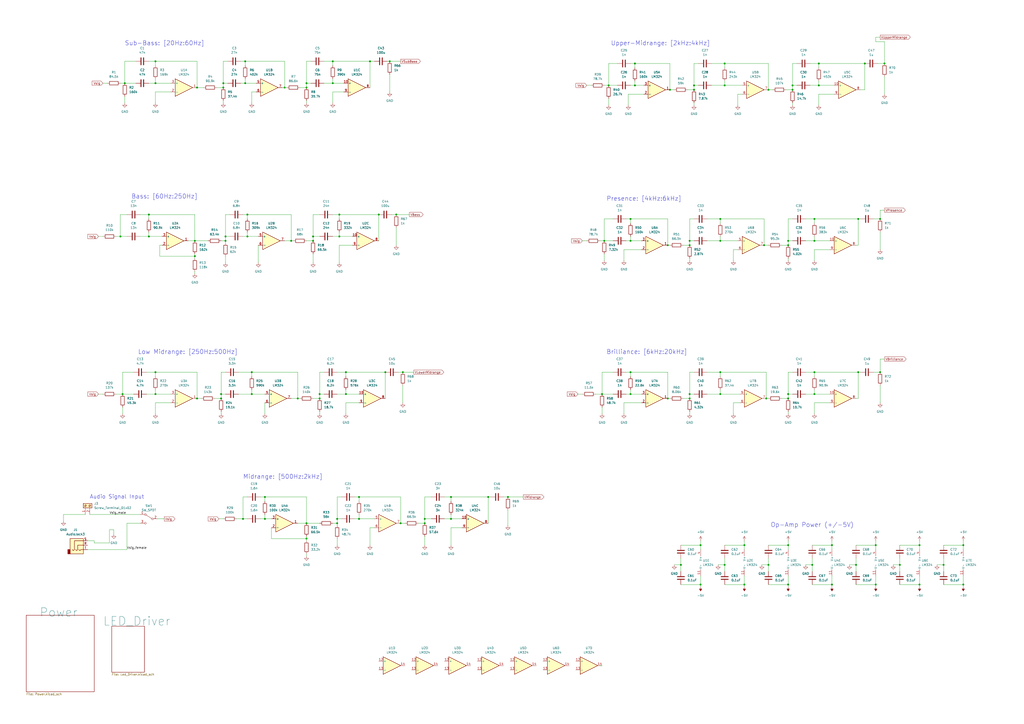
<source format=kicad_sch>
(kicad_sch (version 20211123) (generator eeschema)
  (paper "A2")
  (junction (at 153.67 288.29))
  (junction (at 457.2 142.24))
  (junction (at 457.2 231.14))
  (junction (at 431.8 316.23))
  (junction (at 208.28 288.29))
  (junction (at 510.54 127))
  (junction (at 177.8 50.8))
  (junction (at 246.38 300.99))
  (junction (at 420.37 36.83))
  (junction (at 353.06 49.53))
  (junction (at 368.3 36.83))
  (junction (at 365.76 139.7))
  (junction (at 72.39 48.26))
  (junction (at 261.62 288.29))
  (junction (at 226.06 35.56))
  (junction (at 547.37 327.66))
  (junction (at 365.76 228.6))
  (junction (at 223.52 215.9))
  (junction (at 349.25 228.6))
  (junction (at 113.03 148.59))
  (junction (at 146.05 215.9))
  (junction (at 482.6 339.09))
  (junction (at 128.27 228.6))
  (junction (at 388.62 52.07))
  (junction (at 471.17 327.66))
  (junction (at 459.74 49.53))
  (junction (at 387.35 142.24))
  (junction (at 474.98 36.83))
  (junction (at 497.84 215.9))
  (junction (at 246.38 303.53))
  (junction (at 420.37 49.53))
  (junction (at 113.03 139.7))
  (junction (at 368.3 49.53))
  (junction (at 181.61 137.16))
  (junction (at 472.44 127))
  (junction (at 90.17 35.56))
  (junction (at 142.24 48.26))
  (junction (at 400.05 231.14))
  (junction (at 420.37 327.66))
  (junction (at 143.51 124.46))
  (junction (at 181.61 139.7))
  (junction (at 165.1 50.8))
  (junction (at 402.59 49.53))
  (junction (at 445.77 52.07))
  (junction (at 86.36 124.46))
  (junction (at 365.76 127))
  (junction (at 193.04 48.26))
  (junction (at 472.44 228.6))
  (junction (at 200.66 215.9))
  (junction (at 177.8 48.26))
  (junction (at 129.54 50.8))
  (junction (at 457.2 316.23))
  (junction (at 208.28 300.99))
  (junction (at 417.83 127))
  (junction (at 185.42 231.14))
  (junction (at 195.58 300.99))
  (junction (at 185.42 228.6))
  (junction (at 177.8 303.53))
  (junction (at 90.17 228.6))
  (junction (at 501.65 36.83))
  (junction (at 128.27 231.14))
  (junction (at 431.8 339.09))
  (junction (at 558.8 339.09))
  (junction (at 232.41 303.53))
  (junction (at 394.97 327.66))
  (junction (at 219.71 124.46))
  (junction (at 400.05 142.24))
  (junction (at 193.04 35.56))
  (junction (at 196.85 124.46))
  (junction (at 400.05 139.7))
  (junction (at 71.12 228.6))
  (junction (at 168.91 139.7))
  (junction (at 90.17 48.26))
  (junction (at 457.2 139.7))
  (junction (at 283.21 288.29))
  (junction (at 200.66 228.6))
  (junction (at 387.35 231.14))
  (junction (at 114.3 231.14))
  (junction (at 496.57 327.66))
  (junction (at 86.36 137.16))
  (junction (at 417.83 139.7))
  (junction (at 350.52 139.7))
  (junction (at 533.4 316.23))
  (junction (at 406.4 339.09))
  (junction (at 261.62 300.99))
  (junction (at 508 339.09))
  (junction (at 140.97 300.99))
  (junction (at 114.3 50.8))
  (junction (at 229.87 124.46))
  (junction (at 444.5 231.14))
  (junction (at 177.8 312.42))
  (junction (at 459.74 52.07))
  (junction (at 513.08 36.83))
  (junction (at 417.83 215.9))
  (junction (at 445.77 327.66))
  (junction (at 365.76 215.9))
  (junction (at 510.54 215.9))
  (junction (at 457.2 339.09))
  (junction (at 90.17 215.9))
  (junction (at 482.6 316.23))
  (junction (at 497.84 127))
  (junction (at 196.85 137.16))
  (junction (at 130.81 137.16))
  (junction (at 195.58 303.53))
  (junction (at 508 316.23))
  (junction (at 153.67 300.99))
  (junction (at 146.05 228.6))
  (junction (at 472.44 215.9))
  (junction (at 474.98 49.53))
  (junction (at 294.64 288.29))
  (junction (at 233.68 215.9))
  (junction (at 533.4 339.09))
  (junction (at 129.54 48.26))
  (junction (at 143.51 137.16))
  (junction (at 457.2 228.6))
  (junction (at 69.85 137.16))
  (junction (at 472.44 139.7))
  (junction (at 443.23 142.24))
  (junction (at 558.8 316.23))
  (junction (at 214.63 35.56))
  (junction (at 406.4 316.23))
  (junction (at 400.05 228.6))
  (junction (at 142.24 35.56))
  (junction (at 130.81 139.7))
  (junction (at 402.59 52.07))
  (junction (at 521.97 327.66))
  (junction (at 417.83 228.6))
  (junction (at 172.72 231.14))
  (wire (pts (xy 363.22 127) (xy 365.76 127)))
  (wire (pts (xy 472.44 228.6) (xy 481.33 228.6)))
  (wire (pts (xy 508 21.59) (xy 508 24.13)))
  (wire (pts (xy 474.98 36.83) (xy 469.9 36.83)))
  (wire (pts (xy 71.12 240.03) (xy 71.12 236.22)))
  (wire (pts (xy 459.74 49.53) (xy 459.74 52.07)))
  (wire (pts (xy 72.39 48.26) (xy 78.74 48.26)))
  (wire (pts (xy 472.44 215.9) (xy 467.36 215.9)))
  (wire (pts (xy 472.44 139.7) (xy 481.33 139.7)))
  (wire (pts (xy 143.51 288.29) (xy 140.97 288.29)))
  (wire (pts (xy 353.06 36.83) (xy 353.06 49.53)))
  (wire (pts (xy 90.17 35.56) (xy 86.36 35.56)))
  (wire (pts (xy 361.95 233.68) (xy 361.95 240.03)))
  (wire (pts (xy 181.61 124.46) (xy 181.61 137.16)))
  (wire (pts (xy 417.83 139.7) (xy 427.99 139.7)))
  (wire (pts (xy 177.8 303.53) (xy 177.8 288.29)))
  (wire (pts (xy 510.54 21.59) (xy 508 21.59)))
  (wire (pts (xy 90.17 48.26) (xy 99.06 48.26)))
  (wire (pts (xy 509.27 36.83) (xy 513.08 36.83)))
  (wire (pts (xy 165.1 139.7) (xy 168.91 139.7)))
  (wire (pts (xy 195.58 303.53) (xy 195.58 304.8)))
  (wire (pts (xy 457.2 316.23) (xy 457.2 318.77)))
  (wire (pts (xy 109.22 139.7) (xy 113.03 139.7)))
  (wire (pts (xy 151.13 300.99) (xy 153.67 300.99)))
  (wire (pts (xy 340.36 49.53) (xy 342.9 49.53)))
  (wire (pts (xy 425.45 233.68) (xy 429.26 233.68)))
  (wire (pts (xy 457.2 339.09) (xy 457.2 340.36)))
  (wire (pts (xy 200.66 215.9) (xy 195.58 215.9)))
  (wire (pts (xy 445.77 327.66) (xy 445.77 331.47)))
  (wire (pts (xy 365.76 129.54) (xy 365.76 127)))
  (wire (pts (xy 36.83 298.45) (xy 36.83 302.26)))
  (wire (pts (xy 396.24 231.14) (xy 400.05 231.14)))
  (wire (pts (xy 261.62 288.29) (xy 257.81 288.29)))
  (wire (pts (xy 137.16 300.99) (xy 140.97 300.99)))
  (wire (pts (xy 168.91 139.7) (xy 168.91 124.46)))
  (wire (pts (xy 510.54 223.52) (xy 510.54 233.68)))
  (wire (pts (xy 67.31 137.16) (xy 69.85 137.16)))
  (wire (pts (xy 497.84 127) (xy 497.84 142.24)))
  (wire (pts (xy 543.56 327.66) (xy 547.37 327.66)))
  (wire (pts (xy 128.27 215.9) (xy 128.27 228.6)))
  (wire (pts (xy 398.78 52.07) (xy 402.59 52.07)))
  (wire (pts (xy 474.98 54.61) (xy 474.98 60.96)))
  (wire (pts (xy 113.03 139.7) (xy 120.65 139.7)))
  (wire (pts (xy 364.49 54.61) (xy 364.49 60.96)))
  (wire (pts (xy 361.95 144.78) (xy 361.95 151.13)))
  (wire (pts (xy 69.85 137.16) (xy 73.66 137.16)))
  (wire (pts (xy 472.44 233.68) (xy 481.33 233.68)))
  (wire (pts (xy 195.58 228.6) (xy 200.66 228.6)))
  (wire (pts (xy 187.96 215.9) (xy 185.42 215.9)))
  (wire (pts (xy 431.8 339.09) (xy 431.8 340.36)))
  (wire (pts (xy 497.84 127) (xy 499.11 127)))
  (wire (pts (xy 77.47 215.9) (xy 71.12 215.9)))
  (wire (pts (xy 400.05 238.76) (xy 400.05 240.03)))
  (wire (pts (xy 227.33 124.46) (xy 229.87 124.46)))
  (wire (pts (xy 368.3 39.37) (xy 368.3 36.83)))
  (wire (pts (xy 453.39 231.14) (xy 457.2 231.14)))
  (wire (pts (xy 90.17 38.1) (xy 90.17 35.56)))
  (wire (pts (xy 165.1 35.56) (xy 165.1 50.8)))
  (wire (pts (xy 457.2 238.76) (xy 457.2 240.03)))
  (wire (pts (xy 513.08 24.13) (xy 513.08 36.83)))
  (wire (pts (xy 457.2 334.01) (xy 457.2 339.09)))
  (wire (pts (xy 57.15 137.16) (xy 59.69 137.16)))
  (wire (pts (xy 195.58 300.99) (xy 195.58 303.53)))
  (wire (pts (xy 163.83 50.8) (xy 165.1 50.8)))
  (wire (pts (xy 492.76 327.66) (xy 496.57 327.66)))
  (wire (pts (xy 417.83 226.06) (xy 417.83 228.6)))
  (wire (pts (xy 114.3 35.56) (xy 90.17 35.56)))
  (wire (pts (xy 467.36 228.6) (xy 472.44 228.6)))
  (wire (pts (xy 208.28 298.45) (xy 208.28 300.99)))
  (wire (pts (xy 52.07 298.45) (xy 81.28 298.45)))
  (wire (pts (xy 510.54 208.28) (xy 510.54 215.9)))
  (wire (pts (xy 365.76 49.53) (xy 368.3 49.53)))
  (wire (pts (xy 387.35 231.14) (xy 388.62 231.14)))
  (wire (pts (xy 200.66 215.9) (xy 223.52 215.9)))
  (wire (pts (xy 72.39 35.56) (xy 72.39 48.26)))
  (wire (pts (xy 497.84 215.9) (xy 497.84 231.14)))
  (wire (pts (xy 425.45 144.78) (xy 427.99 144.78)))
  (wire (pts (xy 219.71 124.46) (xy 219.71 139.7)))
  (wire (pts (xy 508 334.01) (xy 508 339.09)))
  (wire (pts (xy 92.71 142.24) (xy 92.71 148.59)))
  (wire (pts (xy 187.96 48.26) (xy 193.04 48.26)))
  (wire (pts (xy 86.36 124.46) (xy 81.28 124.46)))
  (wire (pts (xy 57.15 228.6) (xy 59.69 228.6)))
  (wire (pts (xy 142.24 35.56) (xy 139.7 35.56)))
  (wire (pts (xy 457.2 127) (xy 457.2 139.7)))
  (wire (pts (xy 72.39 35.56) (xy 78.74 35.56)))
  (wire (pts (xy 457.2 215.9) (xy 457.2 228.6)))
  (wire (pts (xy 81.28 137.16) (xy 86.36 137.16)))
  (wire (pts (xy 508 339.09) (xy 508 340.36)))
  (wire (pts (xy 177.8 139.7) (xy 181.61 139.7)))
  (wire (pts (xy 420.37 339.09) (xy 431.8 339.09)))
  (wire (pts (xy 193.04 303.53) (xy 195.58 303.53)))
  (wire (pts (xy 471.17 323.85) (xy 471.17 327.66)))
  (wire (pts (xy 513.08 121.92) (xy 510.54 121.92)))
  (wire (pts (xy 214.63 35.56) (xy 217.17 35.56)))
  (wire (pts (xy 459.74 36.83) (xy 459.74 49.53)))
  (wire (pts (xy 474.98 54.61) (xy 483.87 54.61)))
  (wire (pts (xy 349.25 386.08) (xy 347.98 386.08)))
  (wire (pts (xy 363.22 215.9) (xy 365.76 215.9)))
  (wire (pts (xy 431.8 313.69) (xy 431.8 316.23)))
  (wire (pts (xy 223.52 215.9) (xy 223.52 231.14)))
  (wire (pts (xy 459.74 127) (xy 457.2 127)))
  (wire (pts (xy 400.05 215.9) (xy 400.05 228.6)))
  (wire (pts (xy 402.59 228.6) (xy 400.05 228.6)))
  (wire (pts (xy 146.05 215.9) (xy 172.72 215.9)))
  (wire (pts (xy 472.44 144.78) (xy 481.33 144.78)))
  (wire (pts (xy 181.61 137.16) (xy 185.42 137.16)))
  (wire (pts (xy 129.54 35.56) (xy 129.54 48.26)))
  (wire (pts (xy 420.37 323.85) (xy 420.37 327.66)))
  (wire (pts (xy 417.83 127) (xy 443.23 127)))
  (wire (pts (xy 417.83 129.54) (xy 417.83 127)))
  (wire (pts (xy 71.12 228.6) (xy 77.47 228.6)))
  (wire (pts (xy 394.97 339.09) (xy 406.4 339.09)))
  (wire (pts (xy 292.1 288.29) (xy 294.64 288.29)))
  (wire (pts (xy 497.84 215.9) (xy 499.11 215.9)))
  (wire (pts (xy 129.54 58.42) (xy 129.54 59.69)))
  (wire (pts (xy 140.97 300.99) (xy 143.51 300.99)))
  (wire (pts (xy 496.57 231.14) (xy 497.84 231.14)))
  (wire (pts (xy 142.24 48.26) (xy 148.59 48.26)))
  (wire (pts (xy 496.57 327.66) (xy 496.57 331.47)))
  (wire (pts (xy 200.66 228.6) (xy 208.28 228.6)))
  (wire (pts (xy 92.71 148.59) (xy 113.03 148.59)))
  (wire (pts (xy 90.17 226.06) (xy 90.17 228.6)))
  (wire (pts (xy 142.24 45.72) (xy 142.24 48.26)))
  (wire (pts (xy 73.66 303.53) (xy 73.66 318.77)))
  (wire (pts (xy 533.4 339.09) (xy 533.4 340.36)))
  (wire (pts (xy 67.31 228.6) (xy 71.12 228.6)))
  (wire (pts (xy 71.12 215.9) (xy 71.12 228.6)))
  (wire (pts (xy 196.85 137.16) (xy 204.47 137.16)))
  (wire (pts (xy 558.8 313.69) (xy 558.8 316.23)))
  (wire (pts (xy 471.17 327.66) (xy 471.17 331.47)))
  (wire (pts (xy 521.97 316.23) (xy 533.4 316.23)))
  (wire (pts (xy 50.8 318.77) (xy 73.66 318.77)))
  (wire (pts (xy 482.6 316.23) (xy 482.6 318.77)))
  (wire (pts (xy 558.8 339.09) (xy 558.8 340.36)))
  (wire (pts (xy 193.04 53.34) (xy 193.04 59.69)))
  (wire (pts (xy 353.06 60.96) (xy 353.06 57.15)))
  (wire (pts (xy 416.56 327.66) (xy 420.37 327.66)))
  (wire (pts (xy 261.62 290.83) (xy 261.62 288.29)))
  (wire (pts (xy 547.37 327.66) (xy 547.37 331.47)))
  (wire (pts (xy 187.96 228.6) (xy 185.42 228.6)))
  (wire (pts (xy 261.62 288.29) (xy 283.21 288.29)))
  (wire (pts (xy 350.52 49.53) (xy 353.06 49.53)))
  (wire (pts (xy 200.66 218.44) (xy 200.66 215.9)))
  (wire (pts (xy 459.74 59.69) (xy 459.74 60.96)))
  (wire (pts (xy 90.17 45.72) (xy 90.17 48.26)))
  (wire (pts (xy 153.67 290.83) (xy 153.67 288.29)))
  (wire (pts (xy 246.38 300.99) (xy 250.19 300.99)))
  (wire (pts (xy 405.13 36.83) (xy 402.59 36.83)))
  (wire (pts (xy 402.59 215.9) (xy 400.05 215.9)))
  (wire (pts (xy 394.97 323.85) (xy 394.97 327.66)))
  (wire (pts (xy 365.76 226.06) (xy 365.76 228.6)))
  (wire (pts (xy 92.71 142.24) (xy 93.98 142.24)))
  (wire (pts (xy 177.8 321.31) (xy 177.8 322.58)))
  (wire (pts (xy 283.21 288.29) (xy 284.48 288.29)))
  (wire (pts (xy 350.52 127) (xy 350.52 139.7)))
  (wire (pts (xy 59.69 48.26) (xy 62.23 48.26)))
  (wire (pts (xy 402.59 127) (xy 400.05 127)))
  (wire (pts (xy 69.85 48.26) (xy 72.39 48.26)))
  (wire (pts (xy 496.57 142.24) (xy 497.84 142.24)))
  (wire (pts (xy 132.08 48.26) (xy 129.54 48.26)))
  (wire (pts (xy 335.28 228.6) (xy 337.82 228.6)))
  (wire (pts (xy 396.24 142.24) (xy 400.05 142.24)))
  (wire (pts (xy 410.21 228.6) (xy 417.83 228.6)))
  (wire (pts (xy 506.73 215.9) (xy 510.54 215.9)))
  (wire (pts (xy 410.21 139.7) (xy 417.83 139.7)))
  (wire (pts (xy 85.09 228.6) (xy 90.17 228.6)))
  (wire (pts (xy 513.08 208.28) (xy 510.54 208.28)))
  (wire (pts (xy 443.23 142.24) (xy 445.77 142.24)))
  (wire (pts (xy 246.38 311.15) (xy 246.38 316.23)))
  (wire (pts (xy 499.11 52.07) (xy 501.65 52.07)))
  (wire (pts (xy 128.27 238.76) (xy 128.27 240.03)))
  (wire (pts (xy 140.97 288.29) (xy 140.97 300.99)))
  (wire (pts (xy 471.17 339.09) (xy 482.6 339.09)))
  (wire (pts (xy 457.2 149.86) (xy 457.2 151.13)))
  (wire (pts (xy 153.67 298.45) (xy 153.67 300.99)))
  (wire (pts (xy 129.54 48.26) (xy 129.54 50.8)))
  (wire (pts (xy 90.17 218.44) (xy 90.17 215.9)))
  (wire (pts (xy 457.2 313.69) (xy 457.2 316.23)))
  (wire (pts (xy 261.62 306.07) (xy 267.97 306.07)))
  (wire (pts (xy 146.05 215.9) (xy 138.43 215.9)))
  (wire (pts (xy 130.81 124.46) (xy 133.35 124.46)))
  (wire (pts (xy 496.57 316.23) (xy 508 316.23)))
  (wire (pts (xy 99.06 53.34) (xy 90.17 53.34)))
  (wire (pts (xy 114.3 50.8) (xy 114.3 35.56)))
  (wire (pts (xy 229.87 132.08) (xy 229.87 142.24)))
  (wire (pts (xy 261.62 300.99) (xy 267.97 300.99)))
  (wire (pts (xy 472.44 215.9) (xy 497.84 215.9)))
  (wire (pts (xy 445.77 339.09) (xy 457.2 339.09)))
  (wire (pts (xy 474.98 46.99) (xy 474.98 49.53)))
  (wire (pts (xy 441.96 327.66) (xy 445.77 327.66)))
  (wire (pts (xy 459.74 228.6) (xy 457.2 228.6)))
  (wire (pts (xy 420.37 36.83) (xy 445.77 36.83)))
  (wire (pts (xy 146.05 218.44) (xy 146.05 215.9)))
  (wire (pts (xy 558.8 316.23) (xy 558.8 318.77)))
  (wire (pts (xy 547.37 339.09) (xy 558.8 339.09)))
  (wire (pts (xy 365.76 139.7) (xy 372.11 139.7)))
  (wire (pts (xy 246.38 300.99) (xy 246.38 303.53)))
  (wire (pts (xy 214.63 306.07) (xy 214.63 316.23)))
  (wire (pts (xy 128.27 139.7) (xy 130.81 139.7)))
  (wire (pts (xy 337.82 139.7) (xy 340.36 139.7)))
  (wire (pts (xy 91.44 300.99) (xy 95.25 300.99)))
  (wire (pts (xy 472.44 137.16) (xy 472.44 139.7)))
  (wire (pts (xy 157.48 306.07) (xy 157.48 312.42)))
  (wire (pts (xy 358.14 36.83) (xy 353.06 36.83)))
  (wire (pts (xy 114.3 50.8) (xy 118.11 50.8)))
  (wire (pts (xy 124.46 231.14) (xy 128.27 231.14)))
  (wire (pts (xy 242.57 303.53) (xy 246.38 303.53)))
  (wire (pts (xy 233.68 223.52) (xy 233.68 233.68)))
  (wire (pts (xy 226.06 43.18) (xy 226.06 53.34)))
  (wire (pts (xy 196.85 124.46) (xy 219.71 124.46)))
  (wire (pts (xy 208.28 288.29) (xy 205.74 288.29)))
  (wire (pts (xy 496.57 323.85) (xy 496.57 327.66)))
  (wire (pts (xy 496.57 339.09) (xy 508 339.09)))
  (wire (pts (xy 143.51 137.16) (xy 149.86 137.16)))
  (wire (pts (xy 193.04 137.16) (xy 196.85 137.16)))
  (wire (pts (xy 90.17 228.6) (xy 99.06 228.6)))
  (wire (pts (xy 508 24.13) (xy 513.08 24.13)))
  (wire (pts (xy 294.64 295.91) (xy 294.64 304.8)))
  (wire (pts (xy 482.6 334.01) (xy 482.6 339.09)))
  (wire (pts (xy 420.37 46.99) (xy 420.37 49.53)))
  (wire (pts (xy 233.68 215.9) (xy 240.03 215.9)))
  (wire (pts (xy 54.61 313.69) (xy 54.61 314.96)))
  (wire (pts (xy 387.35 142.24) (xy 388.62 142.24)))
  (wire (pts (xy 86.36 137.16) (xy 93.98 137.16)))
  (wire (pts (xy 472.44 218.44) (xy 472.44 215.9)))
  (wire (pts (xy 185.42 228.6) (xy 185.42 231.14)))
  (wire (pts (xy 445.77 52.07) (xy 448.31 52.07)))
  (wire (pts (xy 361.95 233.68) (xy 372.11 233.68)))
  (wire (pts (xy 558.8 334.01) (xy 558.8 339.09)))
  (wire (pts (xy 521.97 327.66) (xy 521.97 331.47)))
  (wire (pts (xy 425.45 233.68) (xy 425.45 240.03)))
  (wire (pts (xy 130.81 228.6) (xy 128.27 228.6)))
  (wire (pts (xy 406.4 339.09) (xy 406.4 340.36)))
  (wire (pts (xy 193.04 35.56) (xy 187.96 35.56)))
  (wire (pts (xy 181.61 231.14) (xy 185.42 231.14)))
  (wire (pts (xy 406.4 334.01) (xy 406.4 339.09)))
  (wire (pts (xy 400.05 228.6) (xy 400.05 231.14)))
  (wire (pts (xy 130.81 215.9) (xy 128.27 215.9)))
  (wire (pts (xy 387.35 127) (xy 387.35 142.24)))
  (wire (pts (xy 130.81 124.46) (xy 130.81 137.16)))
  (wire (pts (xy 353.06 49.53) (xy 358.14 49.53)))
  (wire (pts (xy 387.35 215.9) (xy 365.76 215.9)))
  (wire (pts (xy 200.66 226.06) (xy 200.66 228.6)))
  (wire (pts (xy 63.5 314.96) (xy 63.5 307.34)))
  (wire (pts (xy 143.51 124.46) (xy 140.97 124.46)))
  (wire (pts (xy 368.3 36.83) (xy 388.62 36.83)))
  (wire (pts (xy 471.17 316.23) (xy 482.6 316.23)))
  (wire (pts (xy 208.28 300.99) (xy 217.17 300.99)))
  (wire (pts (xy 425.45 144.78) (xy 425.45 151.13)))
  (wire (pts (xy 283.21 288.29) (xy 283.21 303.53)))
  (wire (pts (xy 417.83 228.6) (xy 429.26 228.6)))
  (wire (pts (xy 69.85 124.46) (xy 69.85 137.16)))
  (wire (pts (xy 63.5 307.34) (xy 66.04 307.34)))
  (wire (pts (xy 457.2 139.7) (xy 457.2 142.24)))
  (wire (pts (xy 146.05 53.34) (xy 146.05 59.69)))
  (wire (pts (xy 427.99 54.61) (xy 430.53 54.61)))
  (wire (pts (xy 172.72 231.14) (xy 173.99 231.14)))
  (wire (pts (xy 181.61 147.32) (xy 181.61 152.4)))
  (wire (pts (xy 113.03 124.46) (xy 86.36 124.46)))
  (wire (pts (xy 420.37 39.37) (xy 420.37 36.83)))
  (wire (pts (xy 208.28 300.99) (xy 205.74 300.99)))
  (wire (pts (xy 143.51 134.62) (xy 143.51 137.16)))
  (wire (pts (xy 149.86 142.24) (xy 149.86 152.4)))
  (wire (pts (xy 445.77 36.83) (xy 445.77 52.07)))
  (wire (pts (xy 406.4 316.23) (xy 406.4 318.77)))
  (wire (pts (xy 387.35 127) (xy 365.76 127)))
  (wire (pts (xy 417.83 127) (xy 410.21 127)))
  (wire (pts (xy 177.8 58.42) (xy 177.8 59.69)))
  (wire (pts (xy 510.54 134.62) (xy 510.54 144.78)))
  (wire (pts (xy 36.83 298.45) (xy 49.53 298.45)))
  (wire (pts (xy 508 313.69) (xy 508 316.23)))
  (wire (pts (xy 350.52 139.7) (xy 355.6 139.7)))
  (wire (pts (xy 143.51 127) (xy 143.51 124.46)))
  (wire (pts (xy 232.41 303.53) (xy 234.95 303.53)))
  (wire (pts (xy 459.74 215.9) (xy 457.2 215.9)))
  (wire (pts (xy 257.81 300.99) (xy 261.62 300.99)))
  (wire (pts (xy 513.08 44.45) (xy 513.08 54.61)))
  (wire (pts (xy 113.03 157.48) (xy 113.03 158.75)))
  (wire (pts (xy 443.23 127) (xy 443.23 142.24)))
  (wire (pts (xy 420.37 49.53) (xy 430.53 49.53)))
  (wire (pts (xy 153.67 233.68) (xy 153.67 240.03)))
  (wire (pts (xy 232.41 288.29) (xy 232.41 303.53)))
  (wire (pts (xy 177.8 35.56) (xy 177.8 48.26)))
  (wire (pts (xy 66.04 307.34) (xy 66.04 309.88)))
  (wire (pts (xy 431.8 334.01) (xy 431.8 339.09)))
  (wire (pts (xy 195.58 312.42) (xy 195.58 316.23)))
  (wire (pts (xy 261.62 298.45) (xy 261.62 300.99)))
  (wire (pts (xy 533.4 313.69) (xy 533.4 316.23)))
  (wire (pts (xy 185.42 124.46) (xy 181.61 124.46)))
  (wire (pts (xy 261.62 306.07) (xy 261.62 316.23)))
  (wire (pts (xy 364.49 54.61) (xy 373.38 54.61)))
  (wire (pts (xy 130.81 148.59) (xy 130.81 152.4)))
  (wire (pts (xy 482.6 313.69) (xy 482.6 316.23)))
  (wire (pts (xy 177.8 48.26) (xy 177.8 50.8)))
  (wire (pts (xy 349.25 240.03) (xy 349.25 236.22)))
  (wire (pts (xy 113.03 148.59) (xy 113.03 149.86)))
  (wire (pts (xy 172.72 215.9) (xy 172.72 231.14)))
  (wire (pts (xy 148.59 53.34) (xy 146.05 53.34)))
  (wire (pts (xy 86.36 134.62) (xy 86.36 137.16)))
  (wire (pts (xy 168.91 139.7) (xy 170.18 139.7)))
  (wire (pts (xy 90.17 53.34) (xy 90.17 59.69)))
  (wire (pts (xy 90.17 215.9) (xy 114.3 215.9)))
  (wire (pts (xy 193.04 48.26) (xy 199.39 48.26)))
  (wire (pts (xy 406.4 313.69) (xy 406.4 316.23)))
  (wire (pts (xy 157.48 312.42) (xy 177.8 312.42)))
  (wire (pts (xy 214.63 50.8) (xy 214.63 35.56)))
  (wire (pts (xy 246.38 288.29) (xy 246.38 300.99)))
  (wire (pts (xy 462.28 49.53) (xy 459.74 49.53)))
  (wire (pts (xy 402.59 59.69) (xy 402.59 60.96)))
  (wire (pts (xy 521.97 323.85) (xy 521.97 327.66)))
  (wire (pts (xy 417.83 137.16) (xy 417.83 139.7)))
  (wire (pts (xy 445.77 323.85) (xy 445.77 327.66)))
  (wire (pts (xy 153.67 288.29) (xy 151.13 288.29)))
  (wire (pts (xy 472.44 226.06) (xy 472.44 228.6)))
  (wire (pts (xy 114.3 215.9) (xy 114.3 231.14)))
  (wire (pts (xy 125.73 50.8) (xy 129.54 50.8)))
  (wire (pts (xy 146.05 226.06) (xy 146.05 228.6)))
  (wire (pts (xy 294.64 288.29) (xy 303.53 288.29)))
  (wire (pts (xy 231.14 215.9) (xy 233.68 215.9)))
  (wire (pts (xy 474.98 36.83) (xy 501.65 36.83)))
  (wire (pts (xy 81.28 303.53) (xy 73.66 303.53)))
  (wire (pts (xy 86.36 127) (xy 86.36 124.46)))
  (wire (pts (xy 130.81 139.7) (xy 130.81 140.97)))
  (wire (pts (xy 402.59 36.83) (xy 402.59 49.53)))
  (wire (pts (xy 168.91 124.46) (xy 143.51 124.46)))
  (wire (pts (xy 394.97 316.23) (xy 406.4 316.23)))
  (wire (pts (xy 165.1 35.56) (xy 142.24 35.56)))
  (wire (pts (xy 113.03 147.32) (xy 113.03 148.59)))
  (wire (pts (xy 349.25 228.6) (xy 355.6 228.6)))
  (wire (pts (xy 196.85 134.62) (xy 196.85 137.16)))
  (wire (pts (xy 474.98 39.37) (xy 474.98 36.83)))
  (wire (pts (xy 130.81 137.16) (xy 130.81 139.7)))
  (wire (pts (xy 363.22 228.6) (xy 365.76 228.6)))
  (wire (pts (xy 453.39 142.24) (xy 457.2 142.24)))
  (wire (pts (xy 232.41 288.29) (xy 208.28 288.29)))
  (wire (pts (xy 73.66 124.46) (xy 69.85 124.46)))
  (wire (pts (xy 400.05 149.86) (xy 400.05 151.13)))
  (wire (pts (xy 533.4 316.23) (xy 533.4 318.77)))
  (wire (pts (xy 345.44 228.6) (xy 349.25 228.6)))
  (wire (pts (xy 427.99 54.61) (xy 427.99 60.96)))
  (wire (pts (xy 208.28 290.83) (xy 208.28 288.29)))
  (wire (pts (xy 347.98 139.7) (xy 350.52 139.7)))
  (wire (pts (xy 90.17 215.9) (xy 85.09 215.9)))
  (wire (pts (xy 472.44 127) (xy 497.84 127)))
  (wire (pts (xy 229.87 124.46) (xy 237.49 124.46)))
  (wire (pts (xy 400.05 127) (xy 400.05 139.7)))
  (wire (pts (xy 168.91 231.14) (xy 172.72 231.14)))
  (wire (pts (xy 365.76 137.16) (xy 365.76 139.7)))
  (wire (pts (xy 130.81 137.16) (xy 133.35 137.16)))
  (wire (pts (xy 193.04 45.72) (xy 193.04 48.26)))
  (wire (pts (xy 114.3 231.14) (xy 116.84 231.14)))
  (wire (pts (xy 445.77 316.23) (xy 457.2 316.23)))
  (wire (pts (xy 455.93 52.07) (xy 459.74 52.07)))
  (wire (pts (xy 472.44 233.68) (xy 472.44 240.03)))
  (wire (pts (xy 420.37 36.83) (xy 412.75 36.83)))
  (wire (pts (xy 472.44 129.54) (xy 472.44 127)))
  (wire (pts (xy 250.19 288.29) (xy 246.38 288.29)))
  (wire (pts (xy 365.76 228.6) (xy 372.11 228.6)))
  (wire (pts (xy 200.66 233.68) (xy 208.28 233.68)))
  (wire (pts (xy 193.04 38.1) (xy 193.04 35.56)))
  (wire (pts (xy 350.52 127) (xy 355.6 127)))
  (wire (pts (xy 54.61 314.96) (xy 63.5 314.96)))
  (wire (pts (xy 196.85 142.24) (xy 196.85 152.4)))
  (wire (pts (xy 469.9 49.53) (xy 474.98 49.53)))
  (wire (pts (xy 405.13 49.53) (xy 402.59 49.53)))
  (wire (pts (xy 128.27 228.6) (xy 128.27 231.14)))
  (wire (pts (xy 196.85 124.46) (xy 193.04 124.46)))
  (wire (pts (xy 172.72 303.53) (xy 177.8 303.53)))
  (wire (pts (xy 127 300.99) (xy 129.54 300.99)))
  (wire (pts (xy 521.97 339.09) (xy 533.4 339.09)))
  (wire (pts (xy 50.8 313.69) (xy 54.61 313.69)))
  (wire (pts (xy 195.58 300.99) (xy 198.12 300.99)))
  (wire (pts (xy 391.16 327.66) (xy 394.97 327.66)))
  (wire (pts (xy 420.37 327.66) (xy 420.37 331.47)))
  (wire (pts (xy 200.66 233.68) (xy 200.66 240.03)))
  (wire (pts (xy 402.59 49.53) (xy 402.59 52.07)))
  (wire (pts (xy 177.8 311.15) (xy 177.8 312.42)))
  (wire (pts (xy 199.39 53.34) (xy 193.04 53.34)))
  (wire (pts (xy 368.3 46.99) (xy 368.3 49.53)))
  (wire (pts (xy 165.1 50.8) (xy 166.37 50.8)))
  (wire (pts (xy 547.37 323.85) (xy 547.37 327.66)))
  (wire (pts (xy 420.37 316.23) (xy 431.8 316.23)))
  (wire (pts (xy 472.44 127) (xy 467.36 127)))
  (wire (pts (xy 181.61 137.16) (xy 181.61 139.7)))
  (wire (pts (xy 412.75 49.53) (xy 420.37 49.53)))
  (wire (pts (xy 387.35 215.9) (xy 387.35 231.14)))
  (wire (pts (xy 180.34 48.26) (xy 177.8 48.26)))
  (wire (pts (xy 388.62 36.83) (xy 388.62 52.07)))
  (wire (pts (xy 193.04 35.56) (xy 214.63 35.56)))
  (wire (pts (xy 472.44 144.78) (xy 472.44 151.13)))
  (wire (pts (xy 90.17 233.68) (xy 90.17 240.03)))
  (wire (pts (xy 368.3 49.53) (xy 373.38 49.53)))
  (wire (pts (xy 185.42 238.76) (xy 185.42 240.03)))
  (wire (pts (xy 400.05 139.7) (xy 400.05 142.24)))
  (wire (pts (xy 444.5 215.9) (xy 444.5 231.14)))
  (wire (pts (xy 180.34 35.56) (xy 177.8 35.56)))
  (wire (pts (xy 177.8 312.42) (xy 177.8 313.69)))
  (wire (pts (xy 417.83 218.44) (xy 417.83 215.9)))
  (wire (pts (xy 132.08 35.56) (xy 129.54 35.56)))
  (wire (pts (xy 402.59 139.7) (xy 400.05 139.7)))
  (wire (pts (xy 388.62 52.07) (xy 391.16 52.07)))
  (wire (pts (xy 113.03 139.7) (xy 113.03 124.46)))
  (wire (pts (xy 214.63 306.07) (xy 217.17 306.07)))
  (wire (pts (xy 86.36 48.26) (xy 90.17 48.26)))
  (wire (pts (xy 533.4 334.01) (xy 533.4 339.09)))
  (wire (pts (xy 417.83 215.9) (xy 410.21 215.9)))
  (wire (pts (xy 349.25 215.9) (xy 349.25 228.6)))
  (wire (pts (xy 510.54 121.92) (xy 510.54 127)))
  (wire (pts (xy 444.5 231.14) (xy 445.77 231.14)))
  (wire (pts (xy 462.28 36.83) (xy 459.74 36.83)))
  (wire (pts (xy 547.37 316.23) (xy 558.8 316.23)))
  (wire (pts (xy 350.52 151.13) (xy 350.52 147.32)))
  (wire (pts (xy 474.98 49.53) (xy 483.87 49.53)))
  (wire (pts (xy 368.3 36.83) (xy 365.76 36.83)))
  (wire (pts (xy 457.2 228.6) (xy 457.2 231.14)))
  (wire (pts (xy 196.85 127) (xy 196.85 124.46)))
  (wire (pts (xy 90.17 233.68) (xy 99.06 233.68)))
  (wire (pts (xy 482.6 339.09) (xy 482.6 340.36)))
  (wire (pts (xy 153.67 300.99) (xy 157.48 300.99)))
  (wire (pts (xy 195.58 288.29) (xy 198.12 288.29)))
  (wire (pts (xy 394.97 327.66) (xy 394.97 331.47)))
  (wire (pts (xy 467.36 327.66) (xy 471.17 327.66)))
  (wire (pts (xy 224.79 35.56) (xy 226.06 35.56)))
  (wire (pts (xy 361.95 144.78) (xy 372.11 144.78)))
  (wire (pts (xy 501.65 36.83) (xy 501.65 52.07)))
  (wire (pts (xy 196.85 142.24) (xy 204.47 142.24)))
  (wire (pts (xy 72.39 59.69) (xy 72.39 55.88)))
  (wire (pts (xy 431.8 316.23) (xy 431.8 318.77)))
  (wire (pts (xy 518.16 327.66) (xy 521.97 327.66)))
  (wire (pts (xy 146.05 228.6) (xy 153.67 228.6)))
  (wire (pts (xy 195.58 288.29) (xy 195.58 300.99)))
  (wire (pts (xy 177.8 288.29) (xy 153.67 288.29)))
  (wire (pts (xy 138.43 228.6) (xy 146.05 228.6)))
  (wire (pts (xy 185.42 215.9) (xy 185.42 228.6)))
  (wire (pts (xy 417.83 215.9) (xy 444.5 215.9)))
  (wire (pts (xy 508 316.23) (xy 508 318.77)))
  (wire (pts (xy 143.51 137.16) (xy 140.97 137.16)))
  (wire (pts (xy 177.8 303.53) (xy 185.42 303.53)))
  (wire (pts (xy 142.24 38.1) (xy 142.24 35.56)))
  (wire (pts (xy 363.22 139.7) (xy 365.76 139.7)))
  (wire (pts (xy 467.36 139.7) (xy 472.44 139.7)))
  (wire (pts (xy 365.76 218.44) (xy 365.76 215.9)))
  (wire (pts (xy 173.99 50.8) (xy 177.8 50.8)))
  (wire (pts (xy 226.06 35.56) (xy 232.41 35.56)))
  (wire (pts (xy 139.7 48.26) (xy 142.24 48.26)))
  (wire (pts (xy 459.74 139.7) (xy 457.2 139.7)))
  (wire (pts (xy 506.73 127) (xy 510.54 127)))
  (wire (pts (xy 349.25 215.9) (xy 355.6 215.9)))
  (text "Low Midrange: [250Hz:500Hz]" (at 80.01 205.74 0) (effects (font (size 2.54 2.54)) (justify left bottom)))
  (text "Upper-Midrange: [2kHz:4kHz]" (at 354.33 26.67 0) (effects (font (size 2.54 2.54)) (justify left bottom)))
  (text "Presence: [4kHz:6kHz]" (at 351.79 116.84 0) (effects (font (size 2.54 2.54)) (justify left bottom)))
  (text "Op-Amp Power (+/-5V)" (at 447.04 306.07 0) (effects (font (size 2.54 2.54)) (justify left bottom)))
  (text "Bass: [60Hz:250Hz]" (at 76.2 115.57 0) (effects (font (size 2.54 2.54)) (justify left bottom)))
  (text "Audio Signal Input" (at 52.07 289.56 0) (effects (font (size 2.24 2.24)) (justify left bottom)))
  (text "Midrange: [500Hz:2kHz]" (at 140.97 278.13 0) (effects (font (size 2.54 2.54)) (justify left bottom)))
  (text "Sub-Bass: [20Hz:60Hz]\n" (at 72.39 26.67 0) (effects (font (size 2.54 2.54)) (justify left bottom)))
  (text "Brilliance: [6kHz:20kHz]" (at 351.79 205.74 0) (effects (font (size 2.54 2.54)) (justify left bottom)))
  (label "Vsig_female" (at 73.66 318.77 0))
  (label "Vsig_male" (at 63.5 298.45 0))
  (global_label "Vsig" (shape input) (at 57.15 137.16 180) (property "Intersheet References" "${INTERSHEET_REFS}" (effects hide)))
  (global_label "Vsig" (shape input) (at 337.82 139.7 180) (property "Intersheet References" "${INTERSHEET_REFS}" (effects hide)))
  (global_label "VSubBass" (shape output) (at 232.41 35.56 0) (property "Intersheet References" "${INTERSHEET_REFS}" (effects hide)))
  (global_label "Vsig" (shape input) (at 127 300.99 180) (property "Intersheet References" "${INTERSHEET_REFS}" (effects hide)))
  (global_label "Vsig" (shape input) (at 57.15 228.6 180) (property "Intersheet References" "${INTERSHEET_REFS}" (effects hide)))
  (global_label "VUpperMidrange" (shape output) (at 510.54 21.59 0) (property "Intersheet References" "${INTERSHEET_REFS}" (effects hide)))
  (global_label "VMidrange" (shape output) (at 303.53 288.29 0) (property "Intersheet References" "${INTERSHEET_REFS}" (effects hide)))
  (global_label "Vsig" (shape output) (at 95.25 300.99 0) (property "Intersheet References" "${INTERSHEET_REFS}" (effects hide)))
  (global_label "VPresence" (shape output) (at 513.08 121.92 0) (property "Intersheet References" "${INTERSHEET_REFS}" (effects hide)))
  (global_label "Vsig" (shape input) (at 59.69 48.26 180) (property "Intersheet References" "${INTERSHEET_REFS}" (effects hide)))
  (global_label "VLowerMidrange" (shape output) (at 240.03 215.9 0) (property "Intersheet References" "${INTERSHEET_REFS}" (effects hide)))
  (global_label "VBass" (shape output) (at 237.49 124.46 0) (property "Intersheet References" "${INTERSHEET_REFS}" (effects hide)))
  (global_label "VBrilliance" (shape output) (at 513.08 208.28 0) (property "Intersheet References" "${INTERSHEET_REFS}" (effects hide)))
  (global_label "Vsig" (shape input) (at 340.36 49.53 180) (property "Intersheet References" "${INTERSHEET_REFS}" (effects hide)))
  (global_label "Vsig" (shape input) (at 335.28 228.6 180) (property "Intersheet References" "${INTERSHEET_REFS}" (effects hide)))
  (symbol (lib_id "Device:R") (at 177.8 231.14 90) (unit 1)
    (property "Reference" "R26" (at 177.8 224.79 90))
    (property "Value" "140k" (at 177.8 227.33 90))
    (property "Footprint" "Resistor_SMD:R_0603_1608Metric_Pad0.98x0.95mm_HandSolder" (effects hide))
  )
  (symbol (lib_id "Device:R") (at 72.39 52.07 0) (unit 1)
    (property "Reference" "R2" (at 74.93 50.7999 0) (effects (justify left)))
    (property "Value" "160k" (at 74.93 53.3399 0) (effects (justify left)))
    (property "Footprint" "Resistor_SMD:R_0603_1608Metric_Pad0.98x0.95mm_HandSolder" (effects hide))
  )
  (symbol (lib_id "Amplifier_Operational:LM324") (at 491.49 52.07 0) (unit 3)
    (property "Reference" "U5" (at 491.49 41.91 0))
    (property "Value" "LM324" (at 491.49 44.45 0))
    (property "Footprint" "Package_SO:SOIC-14_3.9x8.7mm_P1.27mm" (effects hide))
    (property "Datasheet" "http://www.ti.com/lit/ds/symlink/lm2902-n.pdf" (effects hide))
    (property "Spice_Primitive" "X" (effects hide))
    (property "Spice_Model" "LMX24_LM2902a" (effects hide))
    (property "Spice_Netlist_Enabled" "Y" (effects hide))
    (property "Spice_Lib_File" "lmx24_lm2902-quad.lib" (effects hide))
  )
  (symbol (lib_id "Device:C") (at 254 288.29 90) (unit 1)
    (property "Reference" "C23" (at 254 280.67 90))
    (property "Value" "3n" (at 254 283.21 90))
    (property "Footprint" "Capacitor_SMD:C_0603_1608Metric_Pad1.08x0.95mm_HandSolder" (effects hide))
  )
  (symbol (lib_id "Device:C") (at 77.47 124.46 90) (unit 1)
    (property "Reference" "C7" (at 77.47 116.84 90))
    (property "Value" "13n" (at 77.47 119.38 90))
    (property "Footprint" "Capacitor_SMD:C_0805_2012Metric" (effects hide))
  )
  (symbol (lib_id "Device:C") (at 463.55 139.7 90) (unit 1)
    (property "Reference" "C36" (at 463.55 132.08 90))
    (property "Value" "1n" (at 463.55 134.62 90))
    (property "Footprint" "Capacitor_SMD:C_0603_1608Metric_Pad1.08x0.95mm_HandSolder" (effects hide))
  )
  (symbol (lib_id "Device:C") (at 189.23 124.46 90) (unit 1)
    (property "Reference" "C11" (at 189.23 116.84 90))
    (property "Value" "24n" (at 189.23 119.38 90))
    (property "Footprint" "Capacitor_SMD:C_0805_2012Metric" (effects hide))
  )
  (symbol (lib_id "power:+5V") (at 406.4 313.69 0) (unit 1)
    (property "Reference" "#PWR093" (effects hide))
    (property "Value" "+5V" (at 406.4 308.61 0))
  )
  (symbol (lib_id "Amplifier_Operational:LM324") (at 379.73 142.24 0) (unit 1)
    (property "Reference" "U6" (at 379.73 132.08 0))
    (property "Value" "LM324" (at 379.73 134.62 0))
    (property "Footprint" "Package_SO:SOIC-14_3.9x8.7mm_P1.27mm" (effects hide))
    (property "Datasheet" "http://www.ti.com/lit/ds/symlink/lm2902-n.pdf" (effects hide))
    (property "Spice_Primitive" "X" (effects hide))
    (property "Spice_Model" "LMX24_LM2902a" (effects hide))
    (property "Spice_Netlist_Enabled" "Y" (effects hide))
    (property "Spice_Lib_File" "lmx24_lm2902-quad.lib" (effects hide))
  )
  (symbol (lib_id "Device:C") (at 359.41 215.9 90) (unit 1)
    (property "Reference" "C37" (at 359.41 208.28 90))
    (property "Value" "1n" (at 359.41 210.82 90))
    (property "Footprint" "Capacitor_SMD:C_0603_1608Metric_Pad1.08x0.95mm_HandSolder" (effects hide))
  )
  (symbol (lib_id "Amplifier_Operational:LM324") (at 161.29 231.14 0) (unit 2)
    (property "Reference" "U3" (at 161.29 220.98 0))
    (property "Value" "LM324" (at 161.29 223.52 0))
    (property "Footprint" "Package_SO:SOIC-14_3.9x8.7mm_P1.27mm" (effects hide))
    (property "Datasheet" "http://www.ti.com/lit/ds/symlink/lm2902-n.pdf" (effects hide))
    (property "Spice_Primitive" "X" (effects hide))
    (property "Spice_Model" "LMX24_LM2902a" (effects hide))
    (property "Spice_Netlist_Enabled" "Y" (effects hide))
    (property "Spice_Lib_File" "lmx24_lm2902-quad.lib" (effects hide))
  )
  (symbol (lib_id "Amplifier_Operational:LM324") (at 227.33 386.08 0) (unit 4)
    (property "Reference" "U1" (at 227.33 375.92 0))
    (property "Value" "LM324" (at 227.33 378.46 0))
    (property "Footprint" "Package_SO:SOIC-14_3.9x8.7mm_P1.27mm" (effects hide))
    (property "Datasheet" "http://www.ti.com/lit/ds/symlink/lm2902-n.pdf" (effects hide))
    (property "Spice_Primitive" "X" (effects hide))
    (property "Spice_Model" "LMX24_LM2902a" (effects hide))
    (property "Spice_Netlist_Enabled" "Y" (effects hide))
    (property "Spice_Lib_File" "lmx24_lm2902-quad.lib" (effects hide))
  )
  (symbol (lib_id "Amplifier_Operational:LM324") (at 381 52.07 0) (unit 1)
    (property "Reference" "U5" (at 381 41.91 0))
    (property "Value" "LM324" (at 381 44.45 0))
    (property "Footprint" "Package_SO:SOIC-14_3.9x8.7mm_P1.27mm" (effects hide))
    (property "Datasheet" "http://www.ti.com/lit/ds/symlink/lm2902-n.pdf" (effects hide))
    (property "Spice_Primitive" "X" (effects hide))
    (property "Spice_Model" "LMX24_LM2902a" (effects hide))
    (property "Spice_Netlist_Enabled" "Y" (effects hide))
    (property "Spice_Lib_File" "lmx24_lm2902-quad.lib" (effects hide))
  )
  (symbol (lib_id "Device:R") (at 195.58 308.61 0) (unit 1)
    (property "Reference" "R34" (at 198.12 307.3399 0) (effects (justify left)))
    (property "Value" "48.7k" (at 198.12 309.8799 0) (effects (justify left)))
    (property "Footprint" "Resistor_SMD:R_0603_1608Metric_Pad0.98x0.95mm_HandSolder" (effects hide))
  )
  (symbol (lib_id "power:GND") (at 472.44 240.03 0) (unit 1)
    (property "Reference" "#PWR040" (effects hide))
    (property "Value" "GND" (at 472.44 245.11 0))
  )
  (symbol (lib_id "Device:R") (at 365.76 222.25 0) (unit 1)
    (property "Reference" "R59" (at 368.3 220.9799 0) (effects (justify left)))
    (property "Value" "22.6k" (at 368.3 223.5199 0) (effects (justify left)))
    (property "Footprint" "Resistor_SMD:R_0603_1608Metric_Pad0.98x0.95mm_HandSolder" (effects hide))
  )
  (symbol (lib_id "Amplifier_Operational:LM324") (at 322.58 386.08 0) (unit 4)
    (property "Reference" "U6" (at 322.58 375.92 0))
    (property "Value" "LM324" (at 322.58 378.46 0))
    (property "Footprint" "Package_SO:SOIC-14_3.9x8.7mm_P1.27mm" (effects hide))
    (property "Datasheet" "http://www.ti.com/lit/ds/symlink/lm2902-n.pdf" (effects hide))
    (property "Spice_Primitive" "X" (effects hide))
    (property "Spice_Model" "LMX24_LM2902a" (effects hide))
    (property "Spice_Netlist_Enabled" "Y" (effects hide))
    (property "Spice_Lib_File" "lmx24_lm2902-quad.lib" (effects hide))
  )
  (symbol (lib_id "Amplifier_Operational:LM324") (at 459.74 326.39 0) (unit 5)
    (property "Reference" "U3" (at 458.47 325.1199 0) (effects (justify left)))
    (property "Value" "LM324" (at 458.47 327.6599 0) (effects (justify left)))
    (property "Footprint" "Package_SO:SOIC-14_3.9x8.7mm_P1.27mm" (effects hide))
    (property "Datasheet" "http://www.ti.com/lit/ds/symlink/lm2902-n.pdf" (effects hide))
    (property "Spice_Primitive" "X" (effects hide))
    (property "Spice_Model" "LMX24_LM2902a" (effects hide))
    (property "Spice_Netlist_Enabled" "Y" (effects hide))
    (property "Spice_Lib_File" "lmx24_lm2902-quad.lib" (effects hide))
  )
  (symbol (lib_id "power:GND") (at 510.54 233.68 0) (unit 1)
    (property "Reference" "#PWR052" (effects hide))
    (property "Value" "GND" (at 510.54 238.76 0))
  )
  (symbol (lib_id "Device:R") (at 353.06 53.34 0) (unit 1)
    (property "Reference" "R40" (at 355.6 52.0699 0) (effects (justify left)))
    (property "Value" "26.7k" (at 355.6 54.6099 0) (effects (justify left)))
    (property "Footprint" "Resistor_SMD:R_0603_1608Metric_Pad0.98x0.95mm_HandSolder" (effects hide))
  )
  (symbol (lib_id "power:+5V") (at 482.6 313.69 0) (unit 1)
    (property "Reference" "#PWR043" (effects hide))
    (property "Value" "+5V" (at 482.6 308.61 0))
  )
  (symbol (lib_id "Device:R") (at 120.65 231.14 90) (unit 1)
    (property "Reference" "R23" (at 120.65 224.79 90))
    (property "Value" "143k" (at 120.65 227.33 90))
    (property "Footprint" "Resistor_SMD:R_0603_1608Metric_Pad0.98x0.95mm_HandSolder" (effects hide))
  )
  (symbol (lib_id "Device:C") (at 420.37 320.04 180) (unit 1)
    (property "Reference" "C62" (at 424.18 318.7699 0) (effects (justify right)))
    (property "Value" "0.1uF" (at 424.18 321.3099 0) (effects (justify right)))
    (property "Footprint" "Capacitor_SMD:C_0805_2012Metric" (effects hide))
    (property "Datasheet" "https://www.mouser.ca/datasheet/2/585/MLCC-1837944.pdf" (effects hide))
  )
  (symbol (lib_id "Device:C") (at 81.28 228.6 90) (unit 1)
    (property "Reference" "C14" (at 81.28 220.98 90))
    (property "Value" "4.7n" (at 81.28 223.52 90))
    (property "Footprint" "Capacitor_SMD:C_0603_1608Metric_Pad1.08x0.95mm_HandSolder" (effects hide))
  )
  (symbol (lib_id "Amplifier_Operational:LM324") (at 485.14 326.39 0) (unit 5)
    (property "Reference" "U4" (at 483.87 325.1199 0) (effects (justify left)))
    (property "Value" "LM324" (at 483.87 327.6599 0) (effects (justify left)))
    (property "Footprint" "Package_SO:SOIC-14_3.9x8.7mm_P1.27mm" (effects hide))
    (property "Datasheet" "http://www.ti.com/lit/ds/symlink/lm2902-n.pdf" (effects hide))
    (property "Spice_Primitive" "X" (effects hide))
    (property "Spice_Model" "LMX24_LM2902a" (effects hide))
    (property "Spice_Netlist_Enabled" "Y" (effects hide))
    (property "Spice_Lib_File" "lmx24_lm2902-quad.lib" (effects hide))
  )
  (symbol (lib_id "Device:R") (at 90.17 41.91 0) (unit 1)
    (property "Reference" "R3" (at 92.71 40.6399 0) (effects (justify left)))
    (property "Value" "169k" (at 92.71 43.1799 0) (effects (justify left)))
    (property "Footprint" "Resistor_SMD:R_0603_1608Metric_Pad0.98x0.95mm_HandSolder" (effects hide))
  )
  (symbol (lib_id "Device:C") (at 81.28 215.9 90) (unit 1)
    (property "Reference" "C13" (at 81.28 208.28 90))
    (property "Value" "4.7n" (at 81.28 210.82 90))
    (property "Footprint" "Capacitor_SMD:C_0603_1608Metric_Pad1.08x0.95mm_HandSolder" (effects hide))
  )
  (symbol (lib_id "Device:R") (at 71.12 232.41 0) (unit 1)
    (property "Reference" "R21" (at 73.66 231.1399 0) (effects (justify left)))
    (property "Value" "45.3k" (at 73.66 233.6799 0) (effects (justify left)))
    (property "Footprint" "Resistor_SMD:R_0603_1608Metric_Pad0.98x0.95mm_HandSolder" (effects hide))
  )
  (symbol (lib_id "Device:C") (at 359.41 228.6 90) (unit 1)
    (property "Reference" "C38" (at 359.41 220.98 90))
    (property "Value" "1n" (at 359.41 223.52 90))
    (property "Footprint" "Capacitor_SMD:C_0603_1608Metric_Pad1.08x0.95mm_HandSolder" (effects hide))
  )
  (symbol (lib_id "Device:R") (at 128.27 234.95 0) (unit 1)
    (property "Reference" "R24" (at 130.81 233.6799 0) (effects (justify left)))
    (property "Value" "19.1k" (at 130.81 236.2199 0) (effects (justify left)))
    (property "Footprint" "Resistor_SMD:R_0603_1608Metric_Pad0.98x0.95mm_HandSolder" (effects hide))
  )
  (symbol (lib_id "Amplifier_Operational:LM324") (at 303.53 386.08 0) (unit 4)
    (property "Reference" "U5" (at 303.53 375.92 0))
    (property "Value" "LM324" (at 303.53 378.46 0))
    (property "Footprint" "Package_SO:SOIC-14_3.9x8.7mm_P1.27mm" (effects hide))
    (property "Datasheet" "http://www.ti.com/lit/ds/symlink/lm2902-n.pdf" (effects hide))
    (property "Spice_Primitive" "X" (effects hide))
    (property "Spice_Model" "LMX24_LM2902a" (effects hide))
    (property "Spice_Netlist_Enabled" "Y" (effects hide))
    (property "Spice_Lib_File" "lmx24_lm2902-quad.lib" (effects hide))
  )
  (symbol (lib_id "Device:C") (at 408.94 36.83 90) (unit 1)
    (property "Reference" "C27" (at 408.94 29.21 90))
    (property "Value" "1n" (at 408.94 31.75 90))
    (property "Footprint" "Capacitor_SMD:C_0603_1608Metric_Pad1.08x0.95mm_HandSolder" (effects hide))
  )
  (symbol (lib_id "Device:C") (at 420.37 335.28 180) (unit 1)
    (property "Reference" "C63" (at 424.18 334.0099 0) (effects (justify right)))
    (property "Value" "0.1uF" (at 424.18 336.5499 0) (effects (justify right)))
    (property "Footprint" "Capacitor_SMD:C_0805_2012Metric" (effects hide))
    (property "Datasheet" "https://www.mouser.ca/datasheet/2/585/MLCC-1837944.pdf" (effects hide))
  )
  (symbol (lib_id "Device:R") (at 86.36 130.81 0) (unit 1)
    (property "Reference" "R11" (at 88.9 129.5399 0) (effects (justify left)))
    (property "Value" "90.9k" (at 88.9 132.0799 0) (effects (justify left)))
    (property "Footprint" "Resistor_SMD:R_0603_1608Metric_Pad0.98x0.95mm_HandSolder" (effects hide))
  )
  (symbol (lib_id "power:GND") (at 36.83 302.26 0) (unit 1)
    (property "Reference" "#PWR041" (effects hide))
    (property "Value" "GND" (at 36.83 307.34 0))
  )
  (symbol (lib_id "Device:C") (at 189.23 137.16 90) (unit 1)
    (property "Reference" "C12" (at 189.23 129.54 90))
    (property "Value" "24n" (at 189.23 132.08 90))
    (property "Footprint" "Capacitor_SMD:C_0805_2012Metric" (effects hide))
  )
  (symbol (lib_id "Device:R") (at 130.81 144.78 0) (unit 1)
    (property "Reference" "R15" (at 133.35 143.5099 0) (effects (justify left)))
    (property "Value" "62k" (at 133.35 146.0499 0) (effects (justify left)))
    (property "Footprint" "Resistor_SMD:R_0603_1608Metric_Pad0.98x0.95mm_HandSolder" (effects hide))
  )
  (symbol (lib_id "Device:R") (at 449.58 231.14 90) (unit 1)
    (property "Reference" "R63" (at 449.58 224.79 90))
    (property "Value" "19.6k" (at 449.58 227.33 90))
    (property "Footprint" "Resistor_SMD:R_0603_1608Metric_Pad0.98x0.95mm_HandSolder" (effects hide))
  )
  (symbol (lib_id "Device:R") (at 344.17 139.7 90) (unit 1)
    (property "Reference" "R48" (at 344.17 133.35 90))
    (property "Value" "78.7k" (at 344.17 135.89 90))
    (property "Footprint" "Resistor_SMD:R_0603_1608Metric_Pad0.98x0.95mm_HandSolder" (effects hide))
  )
  (symbol (lib_id "Device:C") (at 502.92 127 90) (unit 1)
    (property "Reference" "C48" (at 502.92 119.38 90))
    (property "Value" "1u" (at 502.92 121.92 90))
    (property "Footprint" "Capacitor_SMD:C_0603_1608Metric_Pad1.08x0.95mm_HandSolder" (effects hide))
    (property "Datasheet" "https://www.mouser.ca/datasheet/2/212/KEM_C1023_X7R_AUTO_SMD-1093309.pdf" (effects hide))
  )
  (symbol (lib_id "Device:R") (at 459.74 55.88 0) (unit 1)
    (property "Reference" "R46" (at 462.28 54.6099 0) (effects (justify left)))
    (property "Value" "14.7k" (at 462.28 57.1499 0) (effects (justify left)))
    (property "Footprint" "Resistor_SMD:R_0603_1608Metric_Pad0.98x0.95mm_HandSolder" (effects hide))
  )
  (symbol (lib_id "power:GND") (at 416.56 327.66 0) (unit 1)
    (property "Reference" "#PWR095" (effects hide))
    (property "Value" "GND" (at 416.56 332.74 0))
  )
  (symbol (lib_id "Amplifier_Operational:LM324") (at 510.54 326.39 0) (unit 5)
    (property "Reference" "U5" (at 509.27 325.1199 0) (effects (justify left)))
    (property "Value" "LM324" (at 509.27 327.6599 0) (effects (justify left)))
    (property "Footprint" "Package_SO:SOIC-14_3.9x8.7mm_P1.27mm" (effects hide))
    (property "Datasheet" "http://www.ti.com/lit/ds/symlink/lm2902-n.pdf" (effects hide))
    (property "Spice_Primitive" "X" (effects hide))
    (property "Spice_Model" "LMX24_LM2902a" (effects hide))
    (property "Spice_Netlist_Enabled" "Y" (effects hide))
    (property "Spice_Lib_File" "lmx24_lm2902-quad.lib" (effects hide))
  )
  (symbol (lib_id "Device:C") (at 471.17 320.04 180) (unit 1)
    (property "Reference" "C66" (at 474.98 318.7699 0) (effects (justify right)))
    (property "Value" "0.1uF" (at 474.98 321.3099 0) (effects (justify right)))
    (property "Footprint" "Capacitor_SMD:C_0805_2012Metric" (effects hide))
    (property "Datasheet" "https://www.mouser.ca/datasheet/2/585/MLCC-1837944.pdf" (effects hide))
  )
  (symbol (lib_id "Device:C") (at 394.97 320.04 180) (unit 1)
    (property "Reference" "C60" (at 398.78 318.7699 0) (effects (justify right)))
    (property "Value" "0.1uF" (at 398.78 321.3099 0) (effects (justify right)))
    (property "Footprint" "Capacitor_SMD:C_0805_2012Metric" (effects hide))
    (property "Datasheet" "https://www.mouser.ca/datasheet/2/585/MLCC-1837944.pdf" (effects hide))
  )
  (symbol (lib_id "Device:C") (at 191.77 215.9 90) (unit 1)
    (property "Reference" "C17" (at 191.77 208.28 90))
    (property "Value" "6.2n" (at 191.77 210.82 90))
    (property "Footprint" "Capacitor_SMD:C_0805_2012Metric" (effects hide))
  )
  (symbol (lib_id "power:GND") (at 153.67 240.03 0) (unit 1)
    (property "Reference" "#PWR015" (effects hide))
    (property "Value" "GND" (at 153.67 245.11 0))
  )
  (symbol (lib_id "Device:C") (at 408.94 49.53 90) (unit 1)
    (property "Reference" "C28" (at 408.94 41.91 90))
    (property "Value" "1n" (at 408.94 44.45 90))
    (property "Footprint" "Capacitor_SMD:C_0603_1608Metric_Pad1.08x0.95mm_HandSolder" (effects hide))
  )
  (symbol (lib_id "Device:C") (at 471.17 335.28 180) (unit 1)
    (property "Reference" "C67" (at 474.98 334.0099 0) (effects (justify right)))
    (property "Value" "0.1uF" (at 474.98 336.5499 0) (effects (justify right)))
    (property "Footprint" "Capacitor_SMD:C_0805_2012Metric" (effects hide))
    (property "Datasheet" "https://www.mouser.ca/datasheet/2/585/MLCC-1837944.pdf" (effects hide))
  )
  (symbol (lib_id "Device:C") (at 521.97 335.28 180) (unit 1)
    (property "Reference" "C71" (at 525.78 334.0099 0) (effects (justify right)))
    (property "Value" "0.1uF" (at 525.78 336.5499 0) (effects (justify right)))
    (property "Footprint" "Capacitor_SMD:C_0805_2012Metric" (effects hide))
    (property "Datasheet" "https://www.mouser.ca/datasheet/2/585/MLCC-1837944.pdf" (effects hide))
  )
  (symbol (lib_id "Device:R") (at 233.68 219.71 0) (unit 1)
    (property "Reference" "R68" (at 236.22 218.4399 0) (effects (justify left)))
    (property "Value" "1k" (at 236.22 220.98 0) (effects (justify left)))
    (property "Footprint" "Resistor_SMD:R_0603_1608Metric_Pad0.98x0.95mm_HandSolder" (effects hide))
    (property "Datasheet" "https://www.mouser.ca/datasheet/2/447/Yageo_PYu_AC_51_RoHS_L_7_1714230-1874691.pdf" (effects hide))
  )
  (symbol (lib_id "Amplifier_Operational:LM324") (at 165.1 303.53 0) (unit 1)
    (property "Reference" "U4" (at 165.1 293.37 0))
    (property "Value" "LM324" (at 165.1 295.91 0))
    (property "Footprint" "Package_SO:SOIC-14_3.9x8.7mm_P1.27mm" (effects hide))
    (property "Datasheet" "http://www.ti.com/lit/ds/symlink/lm2902-n.pdf" (effects hide))
    (property "Spice_Primitive" "X" (effects hide))
    (property "Spice_Model" "LMX24_LM2902a" (effects hide))
    (property "Spice_Netlist_Enabled" "Y" (effects hide))
    (property "Spice_Lib_File" "lmx24_lm2902-quad.lib" (effects hide))
  )
  (symbol (lib_id "power:GND") (at 177.8 59.69 0) (unit 1)
    (property "Reference" "#PWR05" (effects hide))
    (property "Value" "GND" (at 177.8 64.77 0))
  )
  (symbol (lib_id "Device:R") (at 173.99 139.7 90) (unit 1)
    (property "Reference" "R17" (at 173.99 133.35 90))
    (property "Value" "68k" (at 173.99 135.89 90))
    (property "Footprint" "Resistor_SMD:R_0603_1608Metric_Pad0.98x0.95mm_HandSolder" (effects hide))
  )
  (symbol (lib_id "Device:C") (at 466.09 36.83 90) (unit 1)
    (property "Reference" "C29" (at 466.09 29.21 90))
    (property "Value" "1n" (at 466.09 31.75 90))
    (property "Footprint" "Capacitor_SMD:C_0603_1608Metric_Pad1.08x0.95mm_HandSolder" (effects hide))
  )
  (symbol (lib_id "Device:C") (at 220.98 35.56 90) (unit 1)
    (property "Reference" "C43" (at 220.98 27.94 90))
    (property "Value" "100u" (at 220.98 30.48 90))
    (property "Footprint" "Capacitor_SMD:C_1206_3216Metric" (effects hide))
    (property "Datasheet" "https://www.mouser.ca/datasheet/2/585/MLCC-1837944.pdf" (effects hide))
  )
  (symbol (lib_id "Device:R") (at 170.18 50.8 90) (unit 1)
    (property "Reference" "R7" (at 170.18 44.45 90))
    (property "Value" "86.6k" (at 170.18 46.99 90))
    (property "Footprint" "Resistor_SMD:R_0603_1608Metric_Pad0.98x0.95mm_HandSolder" (effects hide))
  )
  (symbol (lib_id "power:GND") (at 441.96 327.66 0) (unit 1)
    (property "Reference" "#PWR098" (effects hide))
    (property "Value" "GND" (at 441.96 332.74 0))
  )
  (symbol (lib_id "power:+5V") (at 508 313.69 0) (unit 1)
    (property "Reference" "#PWR0105" (effects hide))
    (property "Value" "+5V" (at 508 308.61 0))
  )
  (symbol (lib_id "Device:C") (at 466.09 49.53 90) (unit 1)
    (property "Reference" "C30" (at 466.09 41.91 90))
    (property "Value" "1n" (at 466.09 44.45 90))
    (property "Footprint" "Capacitor_SMD:C_0603_1608Metric_Pad1.08x0.95mm_HandSolder" (effects hide))
  )
  (symbol (lib_id "power:GND") (at 196.85 152.4 0) (unit 1)
    (property "Reference" "#PWR011" (effects hide))
    (property "Value" "GND" (at 196.85 157.48 0))
  )
  (symbol (lib_id "Device:R") (at 121.92 50.8 90) (unit 1)
    (property "Reference" "R4" (at 121.92 44.45 90))
    (property "Value" "90.9k" (at 121.92 46.99 90))
    (property "Footprint" "Resistor_SMD:R_0603_1608Metric_Pad0.98x0.95mm_HandSolder" (effects hide))
  )
  (symbol (lib_id "Device:R") (at 153.67 294.64 0) (unit 1)
    (property "Reference" "R30" (at 156.21 293.3699 0) (effects (justify left)))
    (property "Value" "100k" (at 156.21 295.9099 0) (effects (justify left)))
    (property "Footprint" "Resistor_SMD:R_0603_1608Metric_Pad0.98x0.95mm_HandSolder" (effects hide))
  )
  (symbol (lib_id "Device:C") (at 445.77 335.28 180) (unit 1)
    (property "Reference" "C65" (at 449.58 334.0099 0) (effects (justify right)))
    (property "Value" "0.1uF" (at 449.58 336.5499 0) (effects (justify right)))
    (property "Footprint" "Capacitor_SMD:C_0805_2012Metric" (effects hide))
    (property "Datasheet" "https://www.mouser.ca/datasheet/2/585/MLCC-1837944.pdf" (effects hide))
  )
  (symbol (lib_id "power:GND") (at 71.12 240.03 0) (unit 1)
    (property "Reference" "#PWR012" (effects hide))
    (property "Value" "GND" (at 71.12 245.11 0))
  )
  (symbol (lib_id "Amplifier_Operational:LM324") (at 156.21 50.8 0) (unit 2)
    (property "Reference" "U1" (at 156.21 40.64 0))
    (property "Value" "LM324" (at 156.21 43.18 0))
    (property "Footprint" "Package_SO:SOIC-14_3.9x8.7mm_P1.27mm" (effects hide))
    (property "Datasheet" "http://www.ti.com/lit/ds/symlink/lm2902-n.pdf" (effects hide))
    (property "Spice_Primitive" "X" (effects hide))
    (property "Spice_Model" "LMX24_LM2902a" (effects hide))
    (property "Spice_Netlist_Enabled" "Y" (effects hide))
    (property "Spice_Lib_File" "lmx24_lm2902-quad.lib" (effects hide))
  )
  (symbol (lib_id "power:GND") (at 72.39 59.69 0) (unit 1)
    (property "Reference" "#PWR01" (effects hide))
    (property "Value" "GND" (at 72.39 64.77 0))
  )
  (symbol (lib_id "Device:R") (at 346.71 49.53 90) (unit 1)
    (property "Reference" "R39" (at 346.71 43.18 90))
    (property "Value" "78.7k" (at 346.71 45.72 90))
    (property "Footprint" "Resistor_SMD:R_0603_1608Metric_Pad0.98x0.95mm_HandSolder" (effects hide))
  )
  (symbol (lib_id "Device:C") (at 521.97 320.04 180) (unit 1)
    (property "Reference" "C70" (at 525.78 318.7699 0) (effects (justify right)))
    (property "Value" "0.1uF" (at 525.78 321.3099 0) (effects (justify right)))
    (property "Footprint" "Capacitor_SMD:C_0805_2012Metric" (effects hide))
    (property "Datasheet" "https://www.mouser.ca/datasheet/2/585/MLCC-1837944.pdf" (effects hide))
  )
  (symbol (lib_id "Device:C") (at 505.46 36.83 90) (unit 1)
    (property "Reference" "C47" (at 505.46 29.21 90))
    (property "Value" "1u" (at 505.46 31.75 90))
    (property "Footprint" "Capacitor_SMD:C_0603_1608Metric_Pad1.08x0.95mm_HandSolder" (effects hide))
    (property "Datasheet" "https://www.mouser.ca/datasheet/2/212/KEM_C1023_X7R_AUTO_SMD-1093309.pdf" (effects hide))
  )
  (symbol (lib_id "Device:R") (at 63.5 228.6 90) (unit 1)
    (property "Reference" "R20" (at 63.5 222.25 90))
    (property "Value" "137k" (at 63.5 224.79 90))
    (property "Footprint" "Resistor_SMD:R_0603_1608Metric_Pad0.98x0.95mm_HandSolder" (effects hide))
  )
  (symbol (lib_id "Device:C") (at 361.95 36.83 90) (unit 1)
    (property "Reference" "C25" (at 361.95 29.21 90))
    (property "Value" "1n" (at 361.95 31.75 90))
    (property "Footprint" "Capacitor_SMD:C_0603_1608Metric_Pad1.08x0.95mm_HandSolder" (effects hide))
  )
  (symbol (lib_id "Amplifier_Operational:LM324") (at 101.6 139.7 0) (unit 1)
    (property "Reference" "U2" (at 101.6 129.54 0))
    (property "Value" "LM324" (at 101.6 132.08 0))
    (property "Footprint" "Package_SO:SOIC-14_3.9x8.7mm_P1.27mm" (effects hide))
    (property "Datasheet" "http://www.ti.com/lit/ds/symlink/lm2902-n.pdf" (effects hide))
    (property "Spice_Primitive" "X" (effects hide))
    (property "Spice_Model" "LMX24_LM2902a" (effects hide))
    (property "Spice_Netlist_Enabled" "Y" (effects hide))
    (property "Spice_Lib_File" "lmx24_lm2902-quad.lib" (effects hide))
  )
  (symbol (lib_id "power:+5V") (at 558.8 313.69 0) (unit 1)
    (property "Reference" "#PWR0111" (effects hide))
    (property "Value" "+5V" (at 558.8 308.61 0))
  )
  (symbol (lib_id "Device:C") (at 463.55 228.6 90) (unit 1)
    (property "Reference" "C42" (at 463.55 220.98 90))
    (property "Value" "1n" (at 463.55 223.52 90))
    (property "Footprint" "Capacitor_SMD:C_0603_1608Metric_Pad1.08x0.95mm_HandSolder" (effects hide))
  )
  (symbol (lib_id "power:GND") (at 510.54 144.78 0) (unit 1)
    (property "Reference" "#PWR051" (effects hide))
    (property "Value" "GND" (at 510.54 149.86 0))
  )
  (symbol (lib_id "power:-5V") (at 406.4 340.36 180) (unit 1)
    (property "Reference" "#PWR094" (effects hide))
    (property "Value" "-5V" (at 406.4 345.44 0))
  )
  (symbol (lib_id "Device:R") (at 189.23 303.53 90) (unit 1)
    (property "Reference" "R33" (at 189.23 297.18 90))
    (property "Value" "56k" (at 189.23 299.72 90))
    (property "Footprint" "Resistor_SMD:R_0603_1608Metric_Pad0.98x0.95mm_HandSolder" (effects hide))
  )
  (symbol (lib_id "Device:C") (at 254 300.99 90) (unit 1)
    (property "Reference" "C24" (at 254 293.37 90))
    (property "Value" "3n" (at 254 295.91 90))
    (property "Footprint" "Capacitor_SMD:C_0603_1608Metric_Pad1.08x0.95mm_HandSolder" (effects hide))
  )
  (symbol (lib_id "power:GND") (at 467.36 327.66 0) (unit 1)
    (property "Reference" "#PWR0102" (effects hide))
    (property "Value" "GND" (at 467.36 332.74 0))
  )
  (symbol (lib_id "Device:C") (at 137.16 137.16 90) (unit 1)
    (property "Reference" "C10" (at 137.16 129.54 90))
    (property "Value" "6.8n" (at 137.16 132.08 90))
    (property "Footprint" "Capacitor_SMD:C_0805_2012Metric" (effects hide))
  )
  (symbol (lib_id "power:GND") (at 425.45 151.13 0) (unit 1)
    (property "Reference" "#PWR032" (effects hide))
    (property "Value" "GND" (at 425.45 156.21 0))
  )
  (symbol (lib_id "power:-5V") (at 558.8 340.36 180) (unit 1)
    (property "Reference" "#PWR0112" (effects hide))
    (property "Value" "-5V" (at 558.8 345.44 0))
  )
  (symbol (lib_id "power:-5V") (at 508 340.36 180) (unit 1)
    (property "Reference" "#PWR0106" (effects hide))
    (property "Value" "-5V" (at 508 345.44 0))
  )
  (symbol (lib_id "power:GND") (at 129.54 59.69 0) (unit 1)
    (property "Reference" "#PWR03" (effects hide))
    (property "Value" "GND" (at 129.54 64.77 0))
  )
  (symbol (lib_id "Device:R") (at 417.83 222.25 0) (unit 1)
    (property "Reference" "R62" (at 420.37 220.9799 0) (effects (justify left)))
    (property "Value" "37.4k" (at 420.37 223.5199 0) (effects (justify left)))
    (property "Footprint" "Resistor_SMD:R_0603_1608Metric_Pad0.98x0.95mm_HandSolder" (effects hide))
  )
  (symbol (lib_id "power:GND") (at 113.03 158.75 0) (unit 1)
    (property "Reference" "#PWR07" (effects hide))
    (property "Value" "GND" (at 113.03 163.83 0))
  )
  (symbol (lib_id "Device:C") (at 359.41 127 90) (unit 1)
    (property "Reference" "C31" (at 359.41 119.38 90))
    (property "Value" "1n" (at 359.41 121.92 90))
    (property "Footprint" "Capacitor_SMD:C_0603_1608Metric_Pad1.08x0.95mm_HandSolder" (effects hide))
  )
  (symbol (lib_id "Device:C") (at 547.37 335.28 180) (unit 1)
    (property "Reference" "C73" (at 551.18 334.0099 0) (effects (justify right)))
    (property "Value" "0.1uF" (at 551.18 336.5499 0) (effects (justify right)))
    (property "Footprint" "Capacitor_SMD:C_0805_2012Metric" (effects hide))
    (property "Datasheet" "https://www.mouser.ca/datasheet/2/585/MLCC-1837944.pdf" (effects hide))
  )
  (symbol (lib_id "power:-5V") (at 482.6 340.36 180) (unit 1)
    (property "Reference" "#PWR044" (effects hide))
    (property "Value" "-5V" (at 482.6 345.44 0))
  )
  (symbol (lib_id "Device:R") (at 350.52 143.51 0) (unit 1)
    (property "Reference" "R49" (at 353.06 142.2399 0) (effects (justify left)))
    (property "Value" "7.32k" (at 353.06 144.7799 0) (effects (justify left)))
    (property "Footprint" "Resistor_SMD:R_0603_1608Metric_Pad0.98x0.95mm_HandSolder" (effects hide))
  )
  (symbol (lib_id "Device:R") (at 246.38 307.34 0) (unit 1)
    (property "Reference" "R37" (at 248.92 306.0699 0) (effects (justify left)))
    (property "Value" "57.6k" (at 248.92 308.6099 0) (effects (justify left)))
    (property "Footprint" "Resistor_SMD:R_0603_1608Metric_Pad0.98x0.95mm_HandSolder" (effects hide))
  )
  (symbol (lib_id "power:+5V") (at 533.4 313.69 0) (unit 1)
    (property "Reference" "#PWR0108" (effects hide))
    (property "Value" "+5V" (at 533.4 308.61 0))
  )
  (symbol (lib_id "Device:C") (at 184.15 48.26 90) (unit 1)
    (property "Reference" "C6" (at 184.15 40.64 90))
    (property "Value" "75n" (at 184.15 43.18 90))
    (property "Footprint" "Capacitor_SMD:C_1206_3216Metric" (effects hide))
  )
  (symbol (lib_id "power:GND") (at 427.99 60.96 0) (unit 1)
    (property "Reference" "#PWR026" (effects hide))
    (property "Value" "GND" (at 427.99 66.04 0))
  )
  (symbol (lib_id "power:GND") (at 195.58 316.23 0) (unit 1)
    (property "Reference" "#PWR019" (effects hide))
    (property "Value" "GND" (at 195.58 321.31 0))
  )
  (symbol (lib_id "Device:R") (at 261.62 294.64 0) (unit 1)
    (property "Reference" "R38" (at 264.16 293.3699 0) (effects (justify left)))
    (property "Value" "324k" (at 264.16 295.9099 0) (effects (justify left)))
    (property "Footprint" "Resistor_SMD:R_0603_1608Metric_Pad0.98x0.95mm_HandSolder" (effects hide))
  )
  (symbol (lib_id "power:GND") (at 177.8 322.58 0) (unit 1)
    (property "Reference" "#PWR018" (effects hide))
    (property "Value" "GND" (at 177.8 327.66 0))
  )
  (symbol (lib_id "Device:C") (at 445.77 320.04 180) (unit 1)
    (property "Reference" "C64" (at 449.58 318.7699 0) (effects (justify right)))
    (property "Value" "0.1uF" (at 449.58 321.3099 0) (effects (justify right)))
    (property "Footprint" "Capacitor_SMD:C_0805_2012Metric" (effects hide))
    (property "Datasheet" "https://www.mouser.ca/datasheet/2/585/MLCC-1837944.pdf" (effects hide))
  )
  (symbol (lib_id "Device:C") (at 184.15 35.56 90) (unit 1)
    (property "Reference" "C5" (at 184.15 27.94 90))
    (property "Value" "75n" (at 184.15 30.48 90))
    (property "Footprint" "Capacitor_SMD:C_1206_3216Metric" (effects hide))
  )
  (symbol (lib_id "Amplifier_Operational:LM324") (at 106.68 231.14 0) (unit 1)
    (property "Reference" "U3" (at 106.68 220.98 0))
    (property "Value" "LM324" (at 106.68 223.52 0))
    (property "Footprint" "Package_SO:SOIC-14_3.9x8.7mm_P1.27mm" (effects hide))
    (property "Datasheet" "http://www.ti.com/lit/ds/symlink/lm2902-n.pdf" (effects hide))
    (property "Spice_Primitive" "X" (effects hide))
    (property "Spice_Model" "LMX24_LM2902a" (effects hide))
    (property "Spice_Netlist_Enabled" "Y" (effects hide))
    (property "Spice_Lib_File" "lmx24_lm2902-quad.lib" (effects hide))
  )
  (symbol (lib_id "Device:C") (at 147.32 288.29 90) (unit 1)
    (property "Reference" "C19" (at 147.32 280.67 90))
    (property "Value" "1.6n" (at 147.32 283.21 90))
    (property "Footprint" "Capacitor_SMD:C_0603_1608Metric_Pad1.08x0.95mm_HandSolder" (effects hide))
  )
  (symbol (lib_id "Device:R") (at 143.51 130.81 0) (unit 1)
    (property "Reference" "R16" (at 146.05 129.5399 0) (effects (justify left)))
    (property "Value" "309k" (at 146.05 132.0799 0) (effects (justify left)))
    (property "Footprint" "Resistor_SMD:R_0603_1608Metric_Pad0.98x0.95mm_HandSolder" (effects hide))
  )
  (symbol (lib_id "Device:C") (at 134.62 215.9 90) (unit 1)
    (property "Reference" "C15" (at 134.62 208.28 90))
    (property "Value" "3.3n" (at 134.62 210.82 90))
    (property "Footprint" "Capacitor_SMD:C_0603_1608Metric_Pad1.08x0.95mm_HandSolder" (effects hide))
  )
  (symbol (lib_id "Amplifier_Operational:LM324") (at 106.68 50.8 0) (unit 1)
    (property "Reference" "U1" (at 106.68 40.64 0))
    (property "Value" "LM324" (at 106.68 43.18 0))
    (property "Footprint" "Package_SO:SOIC-14_3.9x8.7mm_P1.27mm" (effects hide))
    (property "Datasheet" "http://www.ti.com/lit/ds/symlink/lm2902-n.pdf" (effects hide))
    (property "Spice_Primitive" "X" (effects hide))
    (property "Spice_Model" "LMX24_LM2902a" (effects hide))
    (property "Spice_Netlist_Enabled" "Y" (effects hide))
    (property "Spice_Lib_File" "lmx24_lm2902-quad.lib" (effects hide))
  )
  (symbol (lib_id "Amplifier_Operational:LM324") (at 488.95 231.14 0) (unit 3)
    (property "Reference" "U7" (at 488.95 220.98 0))
    (property "Value" "LM324" (at 488.95 223.52 0))
    (property "Footprint" "Package_SO:SOIC-14_3.9x8.7mm_P1.27mm" (effects hide))
    (property "Datasheet" "http://www.ti.com/lit/ds/symlink/lm2902-n.pdf" (effects hide))
    (property "Spice_Primitive" "X" (effects hide))
    (property "Spice_Model" "LMX24_LM2902a" (effects hide))
    (property "Spice_Netlist_Enabled" "Y" (effects hide))
    (property "Spice_Lib_File" "lmx24_lm2902-quad.lib" (effects hide))
  )
  (symbol (lib_id "power:GND") (at 128.27 240.03 0) (unit 1)
    (property "Reference" "#PWR014" (effects hide))
    (property "Value" "GND" (at 128.27 245.11 0))
  )
  (symbol (lib_id "power:GND") (at 146.05 59.69 0) (unit 1)
    (property "Reference" "#PWR04" (effects hide))
    (property "Value" "GND" (at 146.05 64.77 0))
  )
  (symbol (lib_id "Device:R") (at 392.43 231.14 90) (unit 1)
    (property "Reference" "R60" (at 392.43 224.79 90))
    (property "Value" "8.06k" (at 392.43 227.33 90))
    (property "Footprint" "Resistor_SMD:R_0603_1608Metric_Pad0.98x0.95mm_HandSolder" (effects hide))
  )
  (symbol (lib_id "power:-5V") (at 431.8 340.36 180) (unit 1)
    (property "Reference" "#PWR097" (effects hide))
    (property "Value" "-5V" (at 431.8 345.44 0))
  )
  (symbol (lib_id "Device:R") (at 365.76 133.35 0) (unit 1)
    (property "Reference" "R50" (at 368.3 132.0799 0) (effects (justify left)))
    (property "Value" "160k" (at 368.3 134.6199 0) (effects (justify left)))
    (property "Footprint" "Resistor_SMD:R_0603_1608Metric_Pad0.98x0.95mm_HandSolder" (effects hide))
  )
  (symbol (lib_id "Device:R") (at 400.05 234.95 0) (unit 1)
    (property "Reference" "R61" (at 402.59 233.6799 0) (effects (justify left)))
    (property "Value" "4.32k" (at 402.59 236.2199 0) (effects (justify left)))
    (property "Footprint" "Resistor_SMD:R_0603_1608Metric_Pad0.98x0.95mm_HandSolder" (effects hide))
  )
  (symbol (lib_id "Device:R") (at 457.2 234.95 0) (unit 1)
    (property "Reference" "R64" (at 459.74 233.6799 0) (effects (justify left)))
    (property "Value" "10.7k" (at 459.74 236.2199 0) (effects (justify left)))
    (property "Footprint" "Resistor_SMD:R_0603_1608Metric_Pad0.98x0.95mm_HandSolder" (effects hide))
  )
  (symbol (lib_id "Device:C") (at 137.16 124.46 90) (unit 1)
    (property "Reference" "C9" (at 137.16 116.84 90))
    (property "Value" "6.8n" (at 137.16 119.38 90))
    (property "Footprint" "Capacitor_SMD:C_0805_2012Metric" (effects hide))
  )
  (symbol (lib_id "power:GND") (at 457.2 240.03 0) (unit 1)
    (property "Reference" "#PWR039" (effects hide))
    (property "Value" "GND" (at 457.2 245.11 0))
  )
  (symbol (lib_id "Amplifier_Operational:LM324") (at 212.09 139.7 0) (unit 3)
    (property "Reference" "U2" (at 212.09 129.54 0))
    (property "Value" "LM324" (at 212.09 132.08 0))
    (property "Footprint" "Package_SO:SOIC-14_3.9x8.7mm_P1.27mm" (effects hide))
    (property "Datasheet" "http://www.ti.com/lit/ds/symlink/lm2902-n.pdf" (effects hide))
    (property "Spice_Primitive" "X" (effects hide))
    (property "Spice_Model" "LMX24_LM2902a" (effects hide))
    (property "Spice_Netlist_Enabled" "Y" (effects hide))
    (property "Spice_Lib_File" "lmx24_lm2902-quad.lib" (effects hide))
  )
  (symbol (lib_id "power:-5V") (at 457.2 340.36 180) (unit 1)
    (property "Reference" "#PWR0100" (effects hide))
    (property "Value" "-5V" (at 457.2 345.44 0))
  )
  (symbol (lib_id "Device:R") (at 177.8 317.5 0) (unit 1)
    (property "Reference" "R32" (at 180.34 316.2299 0) (effects (justify left)))
    (property "Value" "33.2k" (at 180.34 318.7699 0) (effects (justify left)))
    (property "Footprint" "Resistor_SMD:R_0603_1608Metric_Pad0.98x0.95mm_HandSolder" (effects hide))
  )
  (symbol (lib_id "Device:R") (at 294.64 292.1 0) (unit 1)
    (property "Reference" "R69" (at 297.18 290.8299 0) (effects (justify left)))
    (property "Value" "1k" (at 297.18 293.3699 0) (effects (justify left)))
    (property "Footprint" "Resistor_SMD:R_0603_1608Metric_Pad0.98x0.95mm_HandSolder" (effects hide))
    (property "Datasheet" "https://www.mouser.ca/datasheet/2/447/Yageo_PYu_AC_51_RoHS_L_7_1714230-1874691.pdf" (effects hide))
  )
  (symbol (lib_id "Amplifier_Operational:LM324") (at 215.9 231.14 0) (unit 3)
    (property "Reference" "U3" (at 215.9 220.98 0))
    (property "Value" "LM324" (at 215.9 223.52 0))
    (property "Footprint" "Package_SO:SOIC-14_3.9x8.7mm_P1.27mm" (effects hide))
    (property "Datasheet" "http://www.ti.com/lit/ds/symlink/lm2902-n.pdf" (effects hide))
    (property "Spice_Primitive" "X" (effects hide))
    (property "Spice_Model" "LMX24_LM2902a" (effects hide))
    (property "Spice_Netlist_Enabled" "Y" (effects hide))
    (property "Spice_Lib_File" "lmx24_lm2902-quad.lib" (effects hide))
  )
  (symbol (lib_id "Device:R") (at 472.44 222.25 0) (unit 1)
    (property "Reference" "R65" (at 474.98 220.9799 0) (effects (justify left)))
    (property "Value" "90.9k" (at 474.98 223.5199 0) (effects (justify left)))
    (property "Footprint" "Resistor_SMD:R_0603_1608Metric_Pad0.98x0.95mm_HandSolder" (effects hide))
  )
  (symbol (lib_id "power:GND") (at 361.95 240.03 0) (unit 1)
    (property "Reference" "#PWR036" (effects hide))
    (property "Value" "GND" (at 361.95 245.11 0))
  )
  (symbol (lib_id "Device:R") (at 129.54 54.61 0) (unit 1)
    (property "Reference" "R5" (at 132.08 53.3399 0) (effects (justify left)))
    (property "Value" "37.4k" (at 132.08 55.8799 0) (effects (justify left)))
    (property "Footprint" "Resistor_SMD:R_0603_1608Metric_Pad0.98x0.95mm_HandSolder" (effects hide))
  )
  (symbol (lib_id "Device:C") (at 135.89 48.26 90) (unit 1)
    (property "Reference" "C4" (at 135.89 40.64 90))
    (property "Value" "27n" (at 135.89 43.18 90))
    (property "Footprint" "Capacitor_SMD:C_0603_1608Metric_Pad1.08x0.95mm_HandSolder" (effects hide))
  )
  (symbol (lib_id "power:GND") (at 214.63 316.23 0) (unit 1)
    (property "Reference" "#PWR020" (effects hide))
    (property "Value" "GND" (at 214.63 321.31 0))
  )
  (symbol (lib_id "power:GND") (at 513.08 54.61 0) (unit 1)
    (property "Reference" "#PWR050" (effects hide))
    (property "Value" "GND" (at 513.08 59.69 0))
  )
  (symbol (lib_id "Device:R") (at 368.3 43.18 0) (unit 1)
    (property "Reference" "R41" (at 370.84 41.9099 0) (effects (justify left)))
    (property "Value" "160k" (at 370.84 44.4499 0) (effects (justify left)))
    (property "Footprint" "Resistor_SMD:R_0603_1608Metric_Pad0.98x0.95mm_HandSolder" (effects hide))
  )
  (symbol (lib_id "Amplifier_Operational:LM324") (at 435.61 142.24 0) (unit 2)
    (property "Reference" "U6" (at 435.61 132.08 0))
    (property "Value" "LM324" (at 435.61 134.62 0))
    (property "Footprint" "Package_SO:SOIC-14_3.9x8.7mm_P1.27mm" (effects hide))
    (property "Datasheet" "http://www.ti.com/lit/ds/symlink/lm2902-n.pdf" (effects hide))
    (property "Spice_Primitive" "X" (effects hide))
    (property "Spice_Model" "LMX24_LM2902a" (effects hide))
    (property "Spice_Netlist_Enabled" "Y" (effects hide))
    (property "Spice_Lib_File" "lmx24_lm2902-quad.lib" (effects hide))
  )
  (symbol (lib_id "Device:R") (at 133.35 300.99 90) (unit 1)
    (property "Reference" "R29" (at 133.35 294.64 90))
    (property "Value" "100k" (at 133.35 297.18 90))
    (property "Footprint" "Resistor_SMD:R_0603_1608Metric_Pad0.98x0.95mm_HandSolder" (effects hide))
  )
  (symbol (lib_id "Device:R") (at 513.08 40.64 0) (unit 1)
    (property "Reference" "R70" (at 515.62 39.3699 0) (effects (justify left)))
    (property "Value" "1k" (at 515.62 41.9099 0) (effects (justify left)))
    (property "Footprint" "Resistor_SMD:R_0603_1608Metric_Pad0.98x0.95mm_HandSolder" (effects hide))
    (property "Datasheet" "https://www.mouser.ca/datasheet/2/447/Yageo_PYu_AC_51_RoHS_L_7_1714230-1874691.pdf" (effects hide))
  )
  (symbol (lib_id "Device:C") (at 201.93 300.99 90) (unit 1)
    (property "Reference" "C22" (at 201.93 293.37 90))
    (property "Value" "1n" (at 201.93 295.91 90))
    (property "Footprint" "Capacitor_SMD:C_0603_1608Metric_Pad1.08x0.95mm_HandSolder" (effects hide))
  )
  (symbol (lib_id "Device:C") (at 406.4 127 90) (unit 1)
    (property "Reference" "C33" (at 406.4 119.38 90))
    (property "Value" "1n" (at 406.4 121.92 90))
    (property "Footprint" "Capacitor_SMD:C_0603_1608Metric_Pad1.08x0.95mm_HandSolder" (effects hide))
  )
  (symbol (lib_id "power:GND") (at 193.04 59.69 0) (unit 1)
    (property "Reference" "#PWR06" (effects hide))
    (property "Value" "GND" (at 193.04 64.77 0))
  )
  (symbol (lib_id "Device:R") (at 124.46 139.7 90) (unit 1)
    (property "Reference" "R14" (at 124.46 133.35 90))
    (property "Value" "63.4k" (at 124.46 135.89 90))
    (property "Footprint" "Resistor_SMD:R_0603_1608Metric_Pad0.98x0.95mm_HandSolder" (effects hide))
  )
  (symbol (lib_id "Device:C") (at 496.57 335.28 180) (unit 1)
    (property "Reference" "C69" (at 500.38 334.0099 0) (effects (justify right)))
    (property "Value" "0.1uF" (at 500.38 336.5499 0) (effects (justify right)))
    (property "Footprint" "Capacitor_SMD:C_0805_2012Metric" (effects hide))
    (property "Datasheet" "https://www.mouser.ca/datasheet/2/585/MLCC-1837944.pdf" (effects hide))
  )
  (symbol (lib_id "power:GND") (at 364.49 60.96 0) (unit 1)
    (property "Reference" "#PWR024" (effects hide))
    (property "Value" "GND" (at 364.49 66.04 0))
  )
  (symbol (lib_id "Device:R") (at 510.54 219.71 0) (unit 1)
    (property "Reference" "R72" (at 513.08 218.4399 0) (effects (justify left)))
    (property "Value" "1k" (at 513.08 220.9799 0) (effects (justify left)))
    (property "Footprint" "Resistor_SMD:R_0603_1608Metric_Pad0.98x0.95mm_HandSolder" (effects hide))
    (property "Datasheet" "https://www.mouser.ca/datasheet/2/447/Yageo_PYu_AC_51_RoHS_L_7_1714230-1874691.pdf" (effects hide))
  )
  (symbol (lib_id "Device:C") (at 82.55 48.26 90) (unit 1)
    (property "Reference" "C2" (at 82.55 40.64 90))
    (property "Value" "47n" (at 82.55 43.18 90))
    (property "Footprint" "Capacitor_SMD:C_0603_1608Metric_Pad1.08x0.95mm_HandSolder" (effects hide))
  )
  (symbol (lib_id "power:-5V") (at 533.4 340.36 180) (unit 1)
    (property "Reference" "#PWR0109" (effects hide))
    (property "Value" "-5V" (at 533.4 345.44 0))
  )
  (symbol (lib_id "Device:R") (at 400.05 146.05 0) (unit 1)
    (property "Reference" "R52" (at 402.59 144.7799 0) (effects (justify left)))
    (property "Value" "2.87k" (at 402.59 147.3199 0) (effects (justify left)))
    (property "Footprint" "Resistor_SMD:R_0603_1608Metric_Pad0.98x0.95mm_HandSolder" (effects hide))
  )
  (symbol (lib_id "power:GND") (at 353.06 60.96 0) (unit 1)
    (property "Reference" "#PWR023" (effects hide))
    (property "Value" "GND" (at 353.06 66.04 0))
  )
  (symbol (lib_id "Device:R") (at 420.37 43.18 0) (unit 1)
    (property "Reference" "R44" (at 422.91 41.9099 0) (effects (justify left)))
    (property "Value" "243k" (at 422.91 44.4499 0) (effects (justify left)))
    (property "Footprint" "Resistor_SMD:R_0603_1608Metric_Pad0.98x0.95mm_HandSolder" (effects hide))
  )
  (symbol (lib_id "power:GND") (at 90.17 240.03 0) (unit 1)
    (property "Reference" "#PWR013" (effects hide))
    (property "Value" "GND" (at 90.17 245.11 0))
  )
  (symbol (lib_id "Device:C") (at 463.55 215.9 90) (unit 1)
    (property "Reference" "C41" (at 463.55 208.28 90))
    (property "Value" "1n" (at 463.55 210.82 90))
    (property "Footprint" "Capacitor_SMD:C_0603_1608Metric_Pad1.08x0.95mm_HandSolder" (effects hide))
  )
  (symbol (lib_id "Device:R") (at 402.59 55.88 0) (unit 1)
    (property "Reference" "R43" (at 405.13 54.6099 0) (effects (justify left)))
    (property "Value" "7.87k" (at 405.13 57.1499 0) (effects (justify left)))
    (property "Footprint" "Resistor_SMD:R_0603_1608Metric_Pad0.98x0.95mm_HandSolder" (effects hide))
  )
  (symbol (lib_id "power:+5V") (at 457.2 313.69 0) (unit 1)
    (property "Reference" "#PWR099" (effects hide))
    (property "Value" "+5V" (at 457.2 308.61 0))
  )
  (symbol (lib_id "Device:C") (at 135.89 35.56 90) (unit 1)
    (property "Reference" "C3" (at 135.89 27.94 90))
    (property "Value" "27n" (at 135.89 30.48 90))
    (property "Footprint" "Capacitor_SMD:C_0603_1608Metric_Pad1.08x0.95mm_HandSolder" (effects hide))
  )
  (symbol (lib_id "power:+5V") (at 431.8 313.69 0) (unit 1)
    (property "Reference" "#PWR096" (effects hide))
    (property "Value" "+5V" (at 431.8 308.61 0))
  )
  (symbol (lib_id "power:GND") (at 459.74 60.96 0) (unit 1)
    (property "Reference" "#PWR027" (effects hide))
    (property "Value" "GND" (at 459.74 66.04 0))
  )
  (symbol (lib_id "Device:R") (at 417.83 133.35 0) (unit 1)
    (property "Reference" "R53" (at 420.37 132.0799 0) (effects (justify left)))
    (property "Value" "270k" (at 420.37 134.6199 0) (effects (justify left)))
    (property "Footprint" "Resistor_SMD:R_0603_1608Metric_Pad0.98x0.95mm_HandSolder" (effects hide))
  )
  (symbol (lib_id "Amplifier_Operational:LM324") (at 224.79 303.53 0) (unit 2)
    (property "Reference" "U4" (at 224.79 293.37 0))
    (property "Value" "LM324" (at 224.79 295.91 0))
    (property "Footprint" "Package_SO:SOIC-14_3.9x8.7mm_P1.27mm" (effects hide))
    (property "Datasheet" "http://www.ti.com/lit/ds/symlink/lm2902-n.pdf" (effects hide))
    (property "Spice_Primitive" "X" (effects hide))
    (property "Spice_Model" "LMX24_LM2902a" (effects hide))
    (property "Spice_Netlist_Enabled" "Y" (effects hide))
    (property "Spice_Lib_File" "lmx24_lm2902-quad.lib" (effects hide))
  )
  (symbol (lib_id "power:GND") (at 200.66 240.03 0) (unit 1)
    (property "Reference" "#PWR017" (effects hide))
    (property "Value" "GND" (at 200.66 245.11 0))
  )
  (symbol (lib_id "Device:R") (at 113.03 143.51 0) (unit 1)
    (property "Reference" "R12" (at 115.57 142.2399 0) (effects (justify left)))
    (property "Value" "162k" (at 115.57 144.7799 0) (effects (justify left)))
    (property "Footprint" "Resistor_SMD:R_0603_1608Metric_Pad0.98x0.95mm_HandSolder" (effects hide))
  )
  (symbol (lib_id "power:GND") (at 261.62 316.23 0) (unit 1)
    (property "Reference" "#PWR022" (effects hide))
    (property "Value" "GND" (at 261.62 321.31 0))
  )
  (symbol (lib_id "power:GND") (at 294.64 304.8 0) (unit 1)
    (property "Reference" "#PWR049" (effects hide))
    (property "Value" "GND" (at 294.64 309.88 0))
  )
  (symbol (lib_id "Amplifier_Operational:LM324") (at 284.48 386.08 0) (unit 4)
    (property "Reference" "U4" (at 284.48 375.92 0))
    (property "Value" "LM324" (at 284.48 378.46 0))
    (property "Footprint" "Package_SO:SOIC-14_3.9x8.7mm_P1.27mm" (effects hide))
    (property "Datasheet" "http://www.ti.com/lit/ds/symlink/lm2902-n.pdf" (effects hide))
    (property "Spice_Primitive" "X" (effects hide))
    (property "Spice_Model" "LMX24_LM2902a" (effects hide))
    (property "Spice_Netlist_Enabled" "Y" (effects hide))
    (property "Spice_Lib_File" "lmx24_lm2902-quad.lib" (effects hide))
  )
  (symbol (lib_id "Device:R") (at 196.85 130.81 0) (unit 1)
    (property "Reference" "R19" (at 199.39 129.5399 0) (effects (justify left)))
    (property "Value" "332k" (at 199.39 132.0799 0) (effects (justify left)))
    (property "Footprint" "Resistor_SMD:R_0603_1608Metric_Pad0.98x0.95mm_HandSolder" (effects hide))
  )
  (symbol (lib_id "power:GND") (at 543.56 327.66 0) (unit 1)
    (property "Reference" "#PWR0110" (effects hide))
    (property "Value" "GND" (at 543.56 332.74 0))
  )
  (symbol (lib_id "power:GND") (at 518.16 327.66 0) (unit 1)
    (property "Reference" "#PWR0107" (effects hide))
    (property "Value" "GND" (at 518.16 332.74 0))
  )
  (symbol (lib_id "Device:R") (at 472.44 133.35 0) (unit 1)
    (property "Reference" "R56" (at 474.98 132.0799 0) (effects (justify left)))
    (property "Value" "383k" (at 474.98 134.6199 0) (effects (justify left)))
    (property "Footprint" "Resistor_SMD:R_0603_1608Metric_Pad0.98x0.95mm_HandSolder" (effects hide))
  )
  (symbol (lib_id "power:GND") (at 246.38 316.23 0) (unit 1)
    (property "Reference" "#PWR021" (effects hide))
    (property "Value" "GND" (at 246.38 321.31 0))
  )
  (symbol (lib_id "power:GND") (at 66.04 309.88 0) (unit 1)
    (property "Reference" "#PWR0101" (effects hide))
    (property "Value" "GND" (at 66.04 314.96 0))
  )
  (symbol (lib_id "Device:C") (at 406.4 228.6 90) (unit 1)
    (property "Reference" "C40" (at 406.4 220.98 90))
    (property "Value" "1n" (at 406.4 223.52 90))
    (property "Footprint" "Capacitor_SMD:C_0603_1608Metric_Pad1.08x0.95mm_HandSolder" (effects hide))
  )
  (symbol (lib_id "Device:R") (at 394.97 52.07 90) (unit 1)
    (property "Reference" "R42" (at 394.97 45.72 90))
    (property "Value" "59k" (at 394.97 48.26 90))
    (property "Footprint" "Resistor_SMD:R_0603_1608Metric_Pad0.98x0.95mm_HandSolder" (effects hide))
  )
  (symbol (lib_id "Device:R") (at 208.28 294.64 0) (unit 1)
    (property "Reference" "R35" (at 210.82 293.3699 0) (effects (justify left)))
    (property "Value" "270k" (at 210.82 295.9099 0) (effects (justify left)))
    (property "Footprint" "Resistor_SMD:R_0603_1608Metric_Pad0.98x0.95mm_HandSolder" (effects hide))
  )
  (symbol (lib_id "Amplifier_Operational:LM324") (at 275.59 303.53 0) (unit 3)
    (property "Reference" "U4" (at 275.59 293.37 0))
    (property "Value" "LM324" (at 275.59 295.91 0))
    (property "Footprint" "Package_SO:SOIC-14_3.9x8.7mm_P1.27mm" (effects hide))
    (property "Datasheet" "http://www.ti.com/lit/ds/symlink/lm2902-n.pdf" (effects hide))
    (property "Spice_Primitive" "X" (effects hide))
    (property "Spice_Model" "LMX24_LM2902a" (effects hide))
    (property "Spice_Netlist_Enabled" "Y" (effects hide))
    (property "Spice_Lib_File" "lmx24_lm2902-quad.lib" (effects hide))
  )
  (symbol (lib_id "Device:R") (at 349.25 232.41 0) (unit 1)
    (property "Reference" "R58" (at 351.79 231.1399 0) (effects (justify left)))
    (property "Value" "48.7k" (at 351.79 233.6799 0) (effects (justify left)))
    (property "Footprint" "Resistor_SMD:R_0603_1608Metric_Pad0.98x0.95mm_HandSolder" (effects hide))
  )
  (symbol (lib_id "power:GND") (at 350.52 151.13 0) (unit 1)
    (property "Reference" "#PWR029" (effects hide))
    (property "Value" "GND" (at 350.52 156.21 0))
  )
  (symbol (lib_id "Device:R") (at 185.42 234.95 0) (unit 1)
    (property "Reference" "R27" (at 187.96 233.6799 0) (effects (justify left)))
    (property "Value" "18.7k" (at 187.96 236.2199 0) (effects (justify left)))
    (property "Footprint" "Resistor_SMD:R_0603_1608Metric_Pad0.98x0.95mm_HandSolder" (effects hide))
  )
  (symbol (lib_id "Device:C") (at 502.92 215.9 90) (unit 1)
    (property "Reference" "C49" (at 502.92 208.28 90))
    (property "Value" "1u" (at 502.92 210.82 90))
    (property "Footprint" "Capacitor_SMD:C_0603_1608Metric_Pad1.08x0.95mm_HandSolder" (effects hide))
    (property "Datasheet" "https://www.mouser.ca/datasheet/2/212/KEM_C1023_X7R_AUTO_SMD-1093309.pdf" (effects hide))
  )
  (symbol (lib_id "power:GND") (at 349.25 240.03 0) (unit 1)
    (property "Reference" "#PWR035" (effects hide))
    (property "Value" "GND" (at 349.25 245.11 0))
  )
  (symbol (lib_id "power:GND") (at 90.17 59.69 0) (unit 1)
    (property "Reference" "#PWR02" (effects hide))
    (property "Value" "GND" (at 90.17 64.77 0))
  )
  (symbol (lib_id "Device:R") (at 226.06 39.37 0) (unit 1)
    (property "Reference" "R66" (at 228.6 38.0999 0) (effects (justify left)))
    (property "Value" "1k" (at 228.6 40.6399 0) (effects (justify left)))
    (property "Footprint" "Resistor_SMD:R_0603_1608Metric_Pad0.98x0.95mm_HandSolder" (effects hide))
    (property "Datasheet" "https://www.mouser.ca/datasheet/2/447/Yageo_PYu_AC_51_RoHS_L_7_1714230-1874691.pdf" (effects hide))
  )
  (symbol (lib_id "Device:C") (at 288.29 288.29 90) (unit 1)
    (property "Reference" "C46" (at 288.29 280.67 90))
    (property "Value" "10u" (at 288.29 283.21 90))
    (property "Footprint" "Capacitor_SMD:C_0805_2012Metric" (effects hide))
    (property "Datasheet" "https://www.mouser.ca/datasheet/2/585/MLCC-1837944.pdf" (effects hide))
  )
  (symbol (lib_id "Amplifier_Operational:LM324") (at 157.48 139.7 0) (unit 2)
    (property "Reference" "U2" (at 157.48 129.54 0))
    (property "Value" "LM324" (at 157.48 132.08 0))
    (property "Footprint" "Package_SO:SOIC-14_3.9x8.7mm_P1.27mm" (effects hide))
    (property "Datasheet" "http://www.ti.com/lit/ds/symlink/lm2902-n.pdf" (effects hide))
    (property "Spice_Primitive" "X" (effects hide))
    (property "Spice_Model" "LMX24_LM2902a" (effects hide))
    (property "Spice_Netlist_Enabled" "Y" (effects hide))
    (property "Spice_Lib_File" "lmx24_lm2902-quad.lib" (effects hide))
  )
  (symbol (lib_id "Device:C") (at 359.41 139.7 90) (unit 1)
    (property "Reference" "C32" (at 359.41 132.08 90))
    (property "Value" "1n" (at 359.41 134.62 90))
    (property "Footprint" "Capacitor_SMD:C_0603_1608Metric_Pad1.08x0.95mm_HandSolder" (effects hide))
  )
  (symbol (lib_id "Device:C") (at 201.93 288.29 90) (unit 1)
    (property "Reference" "C21" (at 201.93 280.67 90))
    (property "Value" "1n" (at 201.93 283.21 90))
    (property "Footprint" "Capacitor_SMD:C_0603_1608Metric_Pad1.08x0.95mm_HandSolder" (effects hide))
  )
  (symbol (lib_id "Amplifier_Operational:LM324") (at 436.88 231.14 0) (unit 2)
    (property "Reference" "U7" (at 436.88 220.98 0))
    (property "Value" "LM324" (at 436.88 223.52 0))
    (property "Footprint" "Package_SO:SOIC-14_3.9x8.7mm_P1.27mm" (effects hide))
    (property "Datasheet" "http://www.ti.com/lit/ds/symlink/lm2902-n.pdf" (effects hide))
    (property "Spice_Primitive" "X" (effects hide))
    (property "Spice_Model" "LMX24_LM2902a" (effects hide))
    (property "Spice_Netlist_Enabled" "Y" (effects hide))
    (property "Spice_Lib_File" "lmx24_lm2902-quad.lib" (effects hide))
  )
  (symbol (lib_id "Device:C") (at 223.52 124.46 90) (unit 1)
    (property "Reference" "C44" (at 223.52 116.84 90))
    (property "Value" "100u" (at 223.52 119.38 90))
    (property "Footprint" "Capacitor_SMD:C_1206_3216Metric" (effects hide))
    (property "Datasheet" "https://www.mouser.ca/datasheet/2/585/MLCC-1837944.pdf" (effects hide))
  )
  (symbol (lib_id "power:GND") (at 181.61 152.4 0) (unit 1)
    (property "Reference" "#PWR010" (effects hide))
    (property "Value" "GND" (at 181.61 157.48 0))
  )
  (symbol (lib_id "power:GND") (at 472.44 151.13 0) (unit 1)
    (property "Reference" "#PWR034" (effects hide))
    (property "Value" "GND" (at 472.44 156.21 0))
  )
  (symbol (lib_id "Device:C") (at 147.32 300.99 90) (unit 1)
    (property "Reference" "C20" (at 147.32 293.37 90))
    (property "Value" "1.6n" (at 147.32 295.91 90))
    (property "Footprint" "Capacitor_SMD:C_0603_1608Metric_Pad1.08x0.95mm_HandSolder" (effects hide))
  )
  (symbol (lib_id "power:GND") (at 229.87 142.24 0) (unit 1)
    (property "Reference" "#PWR046" (effects hide))
    (property "Value" "GND" (at 229.87 147.32 0))
  )
  (symbol (lib_id "Amplifier_Operational:LM324") (at 265.43 386.08 0) (unit 4)
    (property "Reference" "U3" (at 265.43 375.92 0))
    (property "Value" "LM324" (at 265.43 378.46 0))
    (property "Footprint" "Package_SO:SOIC-14_3.9x8.7mm_P1.27mm" (effects hide))
    (property "Datasheet" "http://www.ti.com/lit/ds/symlink/lm2902-n.pdf" (effects hide))
    (property "Spice_Primitive" "X" (effects hide))
    (property "Spice_Model" "LMX24_LM2902a" (effects hide))
    (property "Spice_Netlist_Enabled" "Y" (effects hide))
    (property "Spice_Lib_File" "lmx24_lm2902-quad.lib" (effects hide))
  )
  (symbol (lib_id "Amplifier_Operational:LM324") (at 438.15 52.07 0) (unit 2)
    (property "Reference" "U5" (at 438.15 41.91 0))
    (property "Value" "LM324" (at 438.15 44.45 0))
    (property "Footprint" "Package_SO:SOIC-14_3.9x8.7mm_P1.27mm" (effects hide))
    (property "Datasheet" "http://www.ti.com/lit/ds/symlink/lm2902-n.pdf" (effects hide))
    (property "Spice_Primitive" "X" (effects hide))
    (property "Spice_Model" "LMX24_LM2902a" (effects hide))
    (property "Spice_Netlist_Enabled" "Y" (effects hide))
    (property "Spice_Lib_File" "lmx24_lm2902-quad.lib" (effects hide))
  )
  (symbol (lib_id "power:GND") (at 233.68 233.68 0) (unit 1)
    (property "Reference" "#PWR048" (effects hide))
    (property "Value" "GND" (at 233.68 238.76 0))
  )
  (symbol (lib_id "Device:C") (at 406.4 215.9 90) (unit 1)
    (property "Reference" "C39" (at 406.4 208.28 90))
    (property "Value" "1n" (at 406.4 210.82 90))
    (property "Footprint" "Capacitor_SMD:C_0603_1608Metric_Pad1.08x0.95mm_HandSolder" (effects hide))
  )
  (symbol (lib_id "Device:C") (at 547.37 320.04 180) (unit 1)
    (property "Reference" "C72" (at 551.18 318.7699 0) (effects (justify right)))
    (property "Value" "0.1uF" (at 551.18 321.3099 0) (effects (justify right)))
    (property "Footprint" "Capacitor_SMD:C_0805_2012Metric" (effects hide))
    (property "Datasheet" "https://www.mouser.ca/datasheet/2/585/MLCC-1837944.pdf" (effects hide))
  )
  (symbol (lib_id "Device:C") (at 191.77 228.6 90) (unit 1)
    (property "Reference" "C18" (at 191.77 220.98 90))
    (property "Value" "6.2n" (at 191.77 223.52 90))
    (property "Footprint" "Capacitor_SMD:C_0805_2012Metric" (effects hide))
  )
  (symbol (lib_id "Device:R") (at 238.76 303.53 90) (unit 1)
    (property "Reference" "R36" (at 238.76 297.18 90))
    (property "Value" "66.5k" (at 238.76 299.72 90))
    (property "Footprint" "Resistor_SMD:R_0603_1608Metric_Pad0.98x0.95mm_HandSolder" (effects hide))
  )
  (symbol (lib_id "Device:C") (at 406.4 139.7 90) (unit 1)
    (property "Reference" "C34" (at 406.4 132.08 90))
    (property "Value" "1n" (at 406.4 134.62 90))
    (property "Footprint" "Capacitor_SMD:C_0603_1608Metric_Pad1.08x0.95mm_HandSolder" (effects hide))
  )
  (symbol (lib_id "Amplifier_Operational:LM324") (at 341.63 386.08 0) (unit 4)
    (property "Reference" "U7" (at 341.63 375.92 0))
    (property "Value" "LM324" (at 341.63 378.46 0))
    (property "Footprint" "Package_SO:SOIC-14_3.9x8.7mm_P1.27mm" (effects hide))
    (property "Datasheet" "http://www.ti.com/lit/ds/symlink/lm2902-n.pdf" (effects hide))
    (property "Spice_Primitive" "X" (effects hide))
    (property "Spice_Model" "LMX24_LM2902a" (effects hide))
    (property "Spice_Netlist_Enabled" "Y" (effects hide))
    (property "Spice_Lib_File" "lmx24_lm2902-quad.lib" (effects hide))
  )
  (symbol (lib_id "power:GND") (at 492.76 327.66 0) (unit 1)
    (property "Reference" "#PWR0104" (effects hide))
    (property "Value" "GND" (at 492.76 332.74 0))
  )
  (symbol (lib_id "Device:R") (at 229.87 128.27 0) (unit 1)
    (property "Reference" "R67" (at 232.41 126.9999 0) (effects (justify left)))
    (property "Value" "1k" (at 232.41 129.5399 0) (effects (justify left)))
    (property "Footprint" "Resistor_SMD:R_0603_1608Metric_Pad0.98x0.95mm_HandSolder" (effects hide))
    (property "Datasheet" "https://www.mouser.ca/datasheet/2/447/Yageo_PYu_AC_51_RoHS_L_7_1714230-1874691.pdf" (effects hide))
  )
  (symbol (lib_id "Device:C") (at 227.33 215.9 90) (unit 1)
    (property "Reference" "C45" (at 227.33 208.28 90))
    (property "Value" "10u" (at 227.33 210.82 90))
    (property "Footprint" "Capacitor_SMD:C_0805_2012Metric" (effects hide))
    (property "Datasheet" "https://www.mouser.ca/datasheet/2/585/MLCC-1837944.pdf" (effects hide))
  )
  (symbol (lib_id "Amplifier_Operational:LM324") (at 488.95 142.24 0) (unit 3)
    (property "Reference" "U6" (at 488.95 132.08 0))
    (property "Value" "LM324" (at 488.95 134.62 0))
    (property "Footprint" "Package_SO:SOIC-14_3.9x8.7mm_P1.27mm" (effects hide))
    (property "Datasheet" "http://www.ti.com/lit/ds/symlink/lm2902-n.pdf" (effects hide))
    (property "Spice_Primitive" "X" (effects hide))
    (property "Spice_Model" "LMX24_LM2902a" (effects hide))
    (property "Spice_Netlist_Enabled" "Y" (effects hide))
    (property "Spice_Lib_File" "lmx24_lm2902-quad.lib" (effects hide))
  )
  (symbol (lib_id "Device:R") (at 449.58 142.24 90) (unit 1)
    (property "Reference" "R54" (at 449.58 135.89 90))
    (property "Value" "95.3k" (at 449.58 138.43 90))
    (property "Footprint" "Resistor_SMD:R_0603_1608Metric_Pad0.98x0.95mm_HandSolder" (effects hide))
  )
  (symbol (lib_id "Device:C") (at 82.55 35.56 90) (unit 1)
    (property "Reference" "C1" (at 82.55 27.94 90))
    (property "Value" "47n" (at 82.55 30.48 90))
    (property "Footprint" "Capacitor_SMD:C_0603_1608Metric_Pad1.08x0.95mm_HandSolder" (effects hide))
  )
  (symbol (lib_id "Device:C") (at 463.55 127 90) (unit 1)
    (property "Reference" "C35" (at 463.55 119.38 90))
    (property "Value" "1n" (at 463.55 121.92 90))
    (property "Footprint" "Capacitor_SMD:C_0603_1608Metric_Pad1.08x0.95mm_HandSolder" (effects hide))
  )
  (symbol (lib_id "Device:R") (at 146.05 222.25 0) (unit 1)
    (property "Reference" "R25" (at 148.59 220.9799 0) (effects (justify left)))
    (property "Value" "590k" (at 148.59 223.5199 0) (effects (justify left)))
    (property "Footprint" "Resistor_SMD:R_0603_1608Metric_Pad0.98x0.95mm_HandSolder" (effects hide))
  )
  (symbol (lib_id "Device:R") (at 66.04 48.26 90) (unit 1)
    (property "Reference" "R1" (at 66.04 41.91 90))
    (property "Value" "84.5k" (at 66.04 44.45 90))
    (property "Footprint" "Resistor_SMD:R_0603_1608Metric_Pad0.98x0.95mm_HandSolder" (effects hide))
  )
  (symbol (lib_id "Device:R") (at 510.54 130.81 0) (unit 1)
    (property "Reference" "R71" (at 513.08 129.5399 0) (effects (justify left)))
    (property "Value" "1k" (at 513.08 132.0799 0) (effects (justify left)))
    (property "Footprint" "Resistor_SMD:R_0603_1608Metric_Pad0.98x0.95mm_HandSolder" (effects hide))
    (property "Datasheet" "https://www.mouser.ca/datasheet/2/447/Yageo_PYu_AC_51_RoHS_L_7_1714230-1874691.pdf" (effects hide))
  )
  (symbol (lib_id "power:GND") (at 226.06 53.34 0) (unit 1)
    (property "Reference" "#PWR047" (effects hide))
    (property "Value" "GND" (at 226.06 58.42 0))
  )
  (symbol (lib_id "Device:R") (at 63.5 137.16 90) (unit 1)
    (property "Reference" "R10" (at 63.5 130.81 90))
    (property "Value" "110k" (at 63.5 133.35 90))
    (property "Footprint" "Resistor_SMD:R_0603_1608Metric_Pad0.98x0.95mm_HandSolder" (effects hide))
  )
  (symbol (lib_id "power:GND") (at 185.42 240.03 0) (unit 1)
    (property "Reference" "#PWR016" (effects hide))
    (property "Value" "GND" (at 185.42 245.11 0))
  )
  (symbol (lib_id "Device:R") (at 177.8 54.61 0) (unit 1)
    (property "Reference" "R8" (at 180.34 53.3399 0) (effects (justify left)))
    (property "Value" "35.7k" (at 180.34 55.8799 0) (effects (justify left)))
    (property "Footprint" "Resistor_SMD:R_0603_1608Metric_Pad0.98x0.95mm_HandSolder" (effects hide))
  )
  (symbol (lib_id "power:GND") (at 361.95 151.13 0) (unit 1)
    (property "Reference" "#PWR030" (effects hide))
    (property "Value" "GND" (at 361.95 156.21 0))
  )
  (symbol (lib_id "power:GND") (at 130.81 152.4 0) (unit 1)
    (property "Reference" "#PWR08" (effects hide))
    (property "Value" "GND" (at 130.81 157.48 0))
  )
  (symbol (lib_id "Amplifier_Operational:LM324") (at 408.94 326.39 0) (unit 5)
    (property "Reference" "U1" (at 407.67 325.1199 0) (effects (justify left)))
    (property "Value" "LM324" (at 407.67 327.6599 0) (effects (justify left)))
    (property "Footprint" "Package_SO:SOIC-14_3.9x8.7mm_P1.27mm" (effects hide))
    (property "Datasheet" "http://www.ti.com/lit/ds/symlink/lm2902-n.pdf" (effects hide))
    (property "Spice_Primitive" "X" (effects hide))
    (property "Spice_Model" "LMX24_LM2902a" (effects hide))
    (property "Spice_Netlist_Enabled" "Y" (effects hide))
    (property "Spice_Lib_File" "lmx24_lm2902-quad.lib" (effects hide))
  )
  (symbol (lib_id "Device:R") (at 200.66 222.25 0) (unit 1)
    (property "Reference" "R28" (at 203.2 220.9799 0) (effects (justify left)))
    (property "Value" "576k" (at 203.2 223.5199 0) (effects (justify left)))
    (property "Footprint" "Resistor_SMD:R_0603_1608Metric_Pad0.98x0.95mm_HandSolder" (effects hide))
  )
  (symbol (lib_id "Connector:AudioJack3") (at 45.72 316.23 0) (unit 1)
    (property "Reference" "J1" (at 43.815 307.34 0))
    (property "Value" "AudioJack3" (at 43.815 309.88 0))
    (property "Footprint" "Connector_Audio:Jack_3.5mm_CUI_SJ-3523-SMT_Horizontal" (effects hide))
  )
  (symbol (lib_id "Device:R") (at 457.2 146.05 0) (unit 1)
    (property "Reference" "R55" (at 459.74 144.7799 0) (effects (justify left)))
    (property "Value" "4.02k" (at 459.74 147.3199 0) (effects (justify left)))
    (property "Footprint" "Resistor_SMD:R_0603_1608Metric_Pad0.98x0.95mm_HandSolder" (effects hide))
  )
  (symbol (lib_id "Connector:Screw_Terminal_01x02") (at 49.53 293.37 90) (unit 1)
    (property "Reference" "J3" (at 54.61 292.0999 90) (effects (justify right)))
    (property "Value" "Screw_Terminal_01x02" (at 54.61 294.6399 90) (effects (justify right)))
    (property "Footprint" "TerminalBlock_Phoenix:TerminalBlock_Phoenix_MPT-0,5-2-2.54_1x02_P2.54mm_Horizontal" (effects hide))
  )
  (symbol (lib_id "Amplifier_Operational:LM324") (at 535.94 326.39 0) (unit 5)
    (property "Reference" "U6" (at 534.67 325.1199 0) (effects (justify left)))
    (property "Value" "LM324" (at 534.67 327.6599 0) (effects (justify left)))
    (property "Footprint" "Package_SO:SOIC-14_3.9x8.7mm_P1.27mm" (effects hide))
    (property "Datasheet" "http://www.ti.com/lit/ds/symlink/lm2902-n.pdf" (effects hide))
    (property "Spice_Primitive" "X" (effects hide))
    (property "Spice_Model" "LMX24_LM2902a" (effects hide))
    (property "Spice_Netlist_Enabled" "Y" (effects hide))
    (property "Spice_Lib_File" "lmx24_lm2902-quad.lib" (effects hide))
  )
  (symbol (lib_id "Device:R") (at 142.24 41.91 0) (unit 1)
    (property "Reference" "R6" (at 144.78 40.6399 0) (effects (justify left)))
    (property "Value" "402k" (at 144.78 43.1799 0) (effects (justify left)))
    (property "Footprint" "Resistor_SMD:R_0603_1608Metric_Pad0.98x0.95mm_HandSolder" (effects hide))
  )
  (symbol (lib_id "Device:R") (at 474.98 43.18 0) (unit 1)
    (property "Reference" "R47" (at 477.52 41.9099 0) (effects (justify left)))
    (property "Value" "453k" (at 477.52 44.4499 0) (effects (justify left)))
    (property "Footprint" "Resistor_SMD:R_0603_1608Metric_Pad0.98x0.95mm_HandSolder" (effects hide))
  )
  (symbol (lib_id "Device:R") (at 181.61 143.51 0) (unit 1)
    (property "Reference" "R18" (at 184.15 142.2399 0) (effects (justify left)))
    (property "Value" "66.5k" (at 184.15 144.7799 0) (effects (justify left)))
    (property "Footprint" "Resistor_SMD:R_0603_1608Metric_Pad0.98x0.95mm_HandSolder" (effects hide))
  )
  (symbol (lib_id "power:GND") (at 400.05 240.03 0) (unit 1)
    (property "Reference" "#PWR037" (effects hide))
    (property "Value" "GND" (at 400.05 245.11 0))
  )
  (symbol (lib_id "Device:C") (at 361.95 49.53 90) (unit 1)
    (property "Reference" "C26" (at 361.95 41.91 90))
    (property "Value" "1n" (at 361.95 44.45 90))
    (property "Footprint" "Capacitor_SMD:C_0603_1608Metric_Pad1.08x0.95mm_HandSolder" (effects hide))
  )
  (symbol (lib_id "Device:R") (at 113.03 153.67 0) (unit 1)
    (property "Reference" "R13" (at 115.57 152.3999 0) (effects (justify left)))
    (property "Value" "118k" (at 115.57 154.9399 0) (effects (justify left)))
    (property "Footprint" "Resistor_SMD:R_0603_1608Metric_Pad0.98x0.95mm_HandSolder" (effects hide))
  )
  (symbol (lib_id "Amplifier_Operational:LM324") (at 246.38 386.08 0) (unit 4)
    (property "Reference" "U2" (at 246.38 375.92 0))
    (property "Value" "LM324" (at 246.38 378.46 0))
    (property "Footprint" "Package_SO:SOIC-14_3.9x8.7mm_P1.27mm" (effects hide))
    (property "Datasheet" "http://www.ti.com/lit/ds/symlink/lm2902-n.pdf" (effects hide))
    (property "Spice_Primitive" "X" (effects hide))
    (property "Spice_Model" "LMX24_LM2902a" (effects hide))
    (property "Spice_Netlist_Enabled" "Y" (effects hide))
    (property "Spice_Lib_File" "lmx24_lm2902-quad.lib" (effects hide))
  )
  (symbol (lib_id "Device:R") (at 452.12 52.07 90) (unit 1)
    (property "Reference" "R45" (at 452.12 45.72 90))
    (property "Value" "107k" (at 452.12 48.26 90))
    (property "Footprint" "Resistor_SMD:R_0603_1608Metric_Pad0.98x0.95mm_HandSolder" (effects hide))
  )
  (symbol (lib_id "Amplifier_Operational:LM324") (at 379.73 231.14 0) (unit 1)
    (property "Reference" "U7" (at 379.73 220.98 0))
    (property "Value" "LM324" (at 379.73 223.52 0))
    (property "Footprint" "Package_SO:SOIC-14_3.9x8.7mm_P1.27mm" (effects hide))
    (property "Datasheet" "http://www.ti.com/lit/ds/symlink/lm2902-n.pdf" (effects hide))
    (property "Spice_Primitive" "X" (effects hide))
    (property "Spice_Model" "LMX24_LM2902a" (effects hide))
    (property "Spice_Netlist_Enabled" "Y" (effects hide))
    (property "Spice_Lib_File" "lmx24_lm2902-quad.lib" (effects hide))
  )
  (symbol (lib_id "Device:R") (at 177.8 307.34 0) (unit 1)
    (property "Reference" "R31" (at 180.34 306.0699 0) (effects (justify left)))
    (property "Value" "66.5k" (at 180.34 308.6099 0) (effects (justify left)))
    (property "Footprint" "Resistor_SMD:R_0603_1608Metric_Pad0.98x0.95mm_HandSolder" (effects hide))
  )
  (symbol (lib_id "power:GND") (at 425.45 240.03 0) (unit 1)
    (property "Reference" "#PWR038" (effects hide))
    (property "Value" "GND" (at 425.45 245.11 0))
  )
  (symbol (lib_id "Amplifier_Operational:LM324") (at 434.34 326.39 0) (unit 5)
    (property "Reference" "U2" (at 433.07 325.1199 0) (effects (justify left)))
    (property "Value" "LM324" (at 433.07 327.6599 0) (effects (justify left)))
    (property "Footprint" "Package_SO:SOIC-14_3.9x8.7mm_P1.27mm" (effects hide))
    (property "Datasheet" "http://www.ti.com/lit/ds/symlink/lm2902-n.pdf" (effects hide))
    (property "Spice_Primitive" "X" (effects hide))
    (property "Spice_Model" "LMX24_LM2902a" (effects hide))
    (property "Spice_Netlist_Enabled" "Y" (effects hide))
    (property "Spice_Lib_File" "lmx24_lm2902-quad.lib" (effects hide))
  )
  (symbol (lib_id "Switch:SW_SPDT") (at 86.36 300.99 0) (mirror y) (unit 1)
    (property "Reference" "SW1" (at 86.36 293.37 0))
    (property "Value" "SW_SPDT" (at 86.36 295.91 0))
    (property "Footprint" "Slide_Switch:SW_OS102011MS2QN1" (effects hide))
  )
  (symbol (lib_id "Device:C") (at 394.97 335.28 180) (unit 1)
    (property "Reference" "C61" (at 398.78 334.0099 0) (effects (justify right)))
    (property "Value" "0.1uF" (at 398.78 336.5499 0) (effects (justify right)))
    (property "Footprint" "Capacitor_SMD:C_0805_2012Metric" (effects hide))
    (property "Datasheet" "https://www.mouser.ca/datasheet/2/585/MLCC-1837944.pdf" (effects hide))
  )
  (symbol (lib_id "Device:R") (at 90.17 222.25 0) (unit 1)
    (property "Reference" "R22" (at 92.71 220.9799 0) (effects (justify left)))
    (property "Value" "270k" (at 92.71 223.5199 0) (effects (justify left)))
    (property "Footprint" "Resistor_SMD:R_0603_1608Metric_Pad0.98x0.95mm_HandSolder" (effects hide))
  )
  (symbol (lib_id "Device:C") (at 77.47 137.16 90) (unit 1)
    (property "Reference" "C8" (at 77.47 129.54 90))
    (property "Value" "13n" (at 77.47 132.08 90))
    (property "Footprint" "Capacitor_SMD:C_0805_2012Metric" (effects hide))
  )
  (symbol (lib_id "power:GND") (at 391.16 327.66 0) (unit 1)
    (property "Reference" "#PWR083" (effects hide))
    (property "Value" "GND" (at 391.16 332.74 0))
  )
  (symbol (lib_id "Amplifier_Operational:LM324") (at 561.34 326.39 0) (unit 5)
    (property "Reference" "U7" (at 560.07 325.1199 0) (effects (justify left)))
    (property "Value" "LM324" (at 560.07 327.6599 0) (effects (justify left)))
    (property "Footprint" "Package_SO:SOIC-14_3.9x8.7mm_P1.27mm" (effects hide))
    (property "Datasheet" "http://www.ti.com/lit/ds/symlink/lm2902-n.pdf" (effects hide))
    (property "Spice_Primitive" "X" (effects hide))
    (property "Spice_Model" "LMX24_LM2902a" (effects hide))
    (property "Spice_Netlist_Enabled" "Y" (effects hide))
    (property "Spice_Lib_File" "lmx24_lm2902-quad.lib" (effects hide))
  )
  (symbol (lib_id "Device:R") (at 392.43 142.24 90) (unit 1)
    (property "Reference" "R51" (at 392.43 135.89 90))
    (property "Value" "66.5k" (at 392.43 138.43 90))
    (property "Footprint" "Resistor_SMD:R_0603_1608Metric_Pad0.98x0.95mm_HandSolder" (effects hide))
  )
  (symbol (lib_id "Device:C") (at 134.62 228.6 90) (unit 1)
    (property "Reference" "C16" (at 134.62 220.98 90))
    (property "Value" "3.3n" (at 134.62 223.52 90))
    (property "Footprint" "Capacitor_SMD:C_0603_1608Metric_Pad1.08x0.95mm_HandSolder" (effects hide))
  )
  (symbol (lib_id "power:GND") (at 400.05 151.13 0) (unit 1)
    (property "Reference" "#PWR031" (effects hide))
    (property "Value" "GND" (at 400.05 156.21 0))
  )
  (symbol (lib_id "power:GND") (at 149.86 152.4 0) (unit 1)
    (property "Reference" "#PWR09" (effects hide))
    (property "Value" "GND" (at 149.86 157.48 0))
  )
  (symbol (lib_id "Device:R") (at 193.04 41.91 0) (unit 1)
    (property "Reference" "R9" (at 195.58 40.6399 0) (effects (justify left)))
    (property "Value" "390k" (at 195.58 43.1799 0) (effects (justify left)))
    (property "Footprint" "Resistor_SMD:R_0603_1608Metric_Pad0.98x0.95mm_HandSolder" (effects hide))
  )
  (symbol (lib_id "power:GND") (at 457.2 151.13 0) (unit 1)
    (property "Reference" "#PWR033" (effects hide))
    (property "Value" "GND" (at 457.2 156.21 0))
  )
  (symbol (lib_id "Amplifier_Operational:LM324") (at 207.01 50.8 0) (unit 3)
    (property "Reference" "U1" (at 207.01 40.64 0))
    (property "Value" "LM324" (at 207.01 43.18 0))
    (property "Footprint" "Package_SO:SOIC-14_3.9x8.7mm_P1.27mm" (effects hide))
    (property "Datasheet" "http://www.ti.com/lit/ds/symlink/lm2902-n.pdf" (effects hide))
    (property "Spice_Primitive" "X" (effects hide))
    (property "Spice_Model" "LMX24_LM2902a" (effects hide))
    (property "Spice_Netlist_Enabled" "Y" (effects hide))
    (property "Spice_Lib_File" "lmx24_lm2902-quad.lib" (effects hide))
  )
  (symbol (lib_id "Device:R") (at 341.63 228.6 90) (unit 1)
    (property "Reference" "R57" (at 341.63 222.25 90))
    (property "Value" "11.5k" (at 341.63 224.79 90))
    (property "Footprint" "Resistor_SMD:R_0805_2012Metric" (effects hide))
  )
  (symbol (lib_id "power:GND") (at 474.98 60.96 0) (unit 1)
    (property "Reference" "#PWR028" (effects hide))
    (property "Value" "GND" (at 474.98 66.04 0))
  )
  (symbol (lib_id "Device:C") (at 496.57 320.04 180) (unit 1)
    (property "Reference" "C68" (at 500.38 318.7699 0) (effects (justify right)))
    (property "Value" "0.1uF" (at 500.38 321.3099 0) (effects (justify right)))
    (property "Footprint" "Capacitor_SMD:C_0805_2012Metric" (effects hide))
    (property "Datasheet" "https://www.mouser.ca/datasheet/2/585/MLCC-1837944.pdf" (effects hide))
  )
  (symbol (lib_id "power:GND") (at 402.59 60.96 0) (unit 1)
    (property "Reference" "#PWR025" (effects hide))
    (property "Value" "GND" (at 402.59 66.04 0))
  )
  (sheet (at 64.77 363.22) (size 19.05 26.67) (stroke (width 0.1524))
    (property "Sheet name" "LED_Driver" (at 59.69 363.22 0) (effects (font (size 5 5)) (justify left bottom)))
    (property "Sheet file" "Led_Driver.kicad_sch" (at 64.77 390.4746 0) (effects (justify left top)))
  )
  (sheet (at 15.24 356.87) (size 39.37 44.45) (stroke (width 0.1524))
    (property "Sheet name" "Power" (at 22.86 358.14 0) (effects (font (size 5 5)) (justify left bottom)))
    (property "Sheet file" "Power.kicad_sch" (at 15.24 401.9046 0) (effects (justify left top)))
  )
)
</source>
